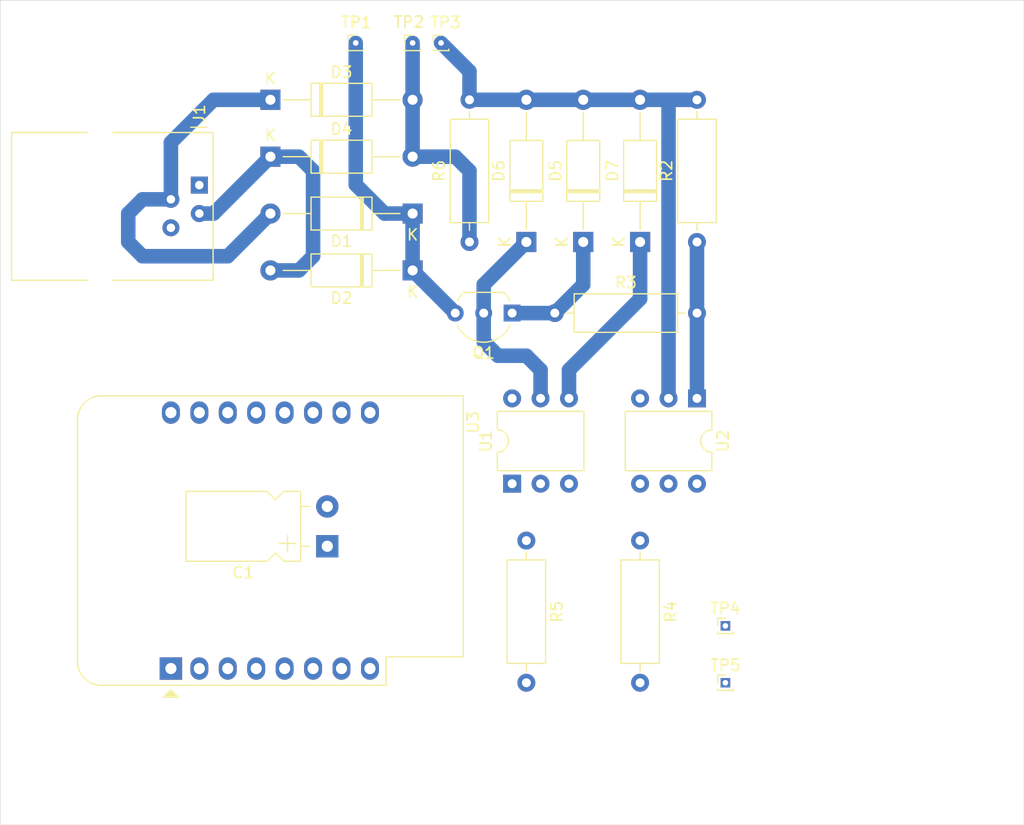
<source format=kicad_pcb>
(kicad_pcb (version 20171130) (host pcbnew 5.1.5+dfsg1-2+b1)

  (general
    (thickness 1.6)
    (drawings 4)
    (tracks 45)
    (zones 0)
    (modules 23)
    (nets 33)
  )

  (page A4)
  (layers
    (0 F.Cu signal)
    (31 B.Cu signal)
    (33 F.Adhes user)
    (35 F.Paste user)
    (37 F.SilkS user)
    (38 B.Mask user)
    (39 F.Mask user)
    (40 Dwgs.User user)
    (41 Cmts.User user)
    (42 Eco1.User user)
    (43 Eco2.User user)
    (44 Edge.Cuts user)
    (45 Margin user)
    (46 B.CrtYd user)
    (47 F.CrtYd user)
    (49 F.Fab user hide)
  )

  (setup
    (last_trace_width 1.3)
    (user_trace_width 1.3)
    (trace_clearance 0.2)
    (zone_clearance 0.508)
    (zone_45_only no)
    (trace_min 0.2)
    (via_size 0.8)
    (via_drill 0.4)
    (via_min_size 0.4)
    (via_min_drill 0.3)
    (uvia_size 0.3)
    (uvia_drill 0.1)
    (uvias_allowed no)
    (uvia_min_size 0.2)
    (uvia_min_drill 0.1)
    (edge_width 0.05)
    (segment_width 0.2)
    (pcb_text_width 0.3)
    (pcb_text_size 1.5 1.5)
    (mod_edge_width 0.12)
    (mod_text_size 1 1)
    (mod_text_width 0.15)
    (pad_size 1.524 1.524)
    (pad_drill 0.762)
    (pad_to_mask_clearance 0.051)
    (solder_mask_min_width 0.25)
    (aux_axis_origin 0 0)
    (visible_elements FFFFFF7F)
    (pcbplotparams
      (layerselection 0x010fc_ffffffff)
      (usegerberextensions false)
      (usegerberattributes false)
      (usegerberadvancedattributes false)
      (creategerberjobfile false)
      (excludeedgelayer true)
      (linewidth 0.100000)
      (plotframeref false)
      (viasonmask false)
      (mode 1)
      (useauxorigin false)
      (hpglpennumber 1)
      (hpglpenspeed 20)
      (hpglpendiameter 15.000000)
      (psnegative false)
      (psa4output false)
      (plotreference true)
      (plotvalue true)
      (plotinvisibletext false)
      (padsonsilk false)
      (subtractmaskfromsilk false)
      (outputformat 1)
      (mirror false)
      (drillshape 1)
      (scaleselection 1)
      (outputdirectory ""))
  )

  (net 0 "")
  (net 1 /X2)
  (net 2 "Net-(D1-Pad1)")
  (net 3 /X1)
  (net 4 "Net-(D3-Pad2)")
  (net 5 "Net-(D5-Pad1)")
  (net 6 "Net-(D6-Pad1)")
  (net 7 "Net-(D7-Pad1)")
  (net 8 "Net-(J1-Pad4)")
  (net 9 "Net-(J1-Pad1)")
  (net 10 "Net-(R2-Pad1)")
  (net 11 "Net-(R4-Pad1)")
  (net 12 GND)
  (net 13 "Net-(U1-Pad6)")
  (net 14 "Net-(U1-Pad3)")
  (net 15 "Net-(U2-Pad6)")
  (net 16 "Net-(U2-Pad3)")
  (net 17 +3V3)
  (net 18 "Net-(D5-Pad2)")
  (net 19 "Net-(R4-Pad2)")
  (net 20 "Net-(R5-Pad2)")
  (net 21 "Net-(U3-Pad16)")
  (net 22 "Net-(U3-Pad15)")
  (net 23 "Net-(U3-Pad13)")
  (net 24 "Net-(U3-Pad12)")
  (net 25 "Net-(U3-Pad11)")
  (net 26 "Net-(U3-Pad9)")
  (net 27 "Net-(U3-Pad7)")
  (net 28 "Net-(U3-Pad5)")
  (net 29 "Net-(U3-Pad4)")
  (net 30 "Net-(U3-Pad3)")
  (net 31 "Net-(U3-Pad1)")
  (net 32 "Net-(U3-Pad2)")

  (net_class Default "This is the default net class."
    (clearance 0.2)
    (trace_width 0.25)
    (via_dia 0.8)
    (via_drill 0.4)
    (uvia_dia 0.3)
    (uvia_drill 0.1)
    (add_net +3V3)
    (add_net /X1)
    (add_net /X2)
    (add_net GND)
    (add_net "Net-(D1-Pad1)")
    (add_net "Net-(D3-Pad2)")
    (add_net "Net-(D5-Pad1)")
    (add_net "Net-(D5-Pad2)")
    (add_net "Net-(D6-Pad1)")
    (add_net "Net-(D7-Pad1)")
    (add_net "Net-(J1-Pad1)")
    (add_net "Net-(J1-Pad4)")
    (add_net "Net-(R2-Pad1)")
    (add_net "Net-(R4-Pad1)")
    (add_net "Net-(R4-Pad2)")
    (add_net "Net-(R5-Pad2)")
    (add_net "Net-(U1-Pad3)")
    (add_net "Net-(U1-Pad6)")
    (add_net "Net-(U2-Pad3)")
    (add_net "Net-(U2-Pad6)")
    (add_net "Net-(U3-Pad1)")
    (add_net "Net-(U3-Pad11)")
    (add_net "Net-(U3-Pad12)")
    (add_net "Net-(U3-Pad13)")
    (add_net "Net-(U3-Pad15)")
    (add_net "Net-(U3-Pad16)")
    (add_net "Net-(U3-Pad2)")
    (add_net "Net-(U3-Pad3)")
    (add_net "Net-(U3-Pad4)")
    (add_net "Net-(U3-Pad5)")
    (add_net "Net-(U3-Pad7)")
    (add_net "Net-(U3-Pad9)")
  )

  (module Package_TO_SOT_THT:TO-92_Inline_Wide (layer F.Cu) (tedit 5A02FF81) (tstamp 5E9864D4)
    (at 127 73.66 180)
    (descr "TO-92 leads in-line, wide, drill 0.75mm (see NXP sot054_po.pdf)")
    (tags "to-92 sc-43 sc-43a sot54 PA33 transistor")
    (path /5E984EC6)
    (fp_text reference Q1 (at 2.54 -3.56) (layer F.SilkS)
      (effects (font (size 1 1) (thickness 0.15)))
    )
    (fp_text value BC558 (at 2.54 2.79) (layer F.Fab)
      (effects (font (size 1 1) (thickness 0.15)))
    )
    (fp_arc (start 2.54 0) (end 4.34 1.85) (angle -20) (layer F.SilkS) (width 0.12))
    (fp_arc (start 2.54 0) (end 2.54 -2.48) (angle -135) (layer F.Fab) (width 0.1))
    (fp_arc (start 2.54 0) (end 2.54 -2.48) (angle 135) (layer F.Fab) (width 0.1))
    (fp_arc (start 2.54 0) (end 2.54 -2.6) (angle 65) (layer F.SilkS) (width 0.12))
    (fp_arc (start 2.54 0) (end 2.54 -2.6) (angle -65) (layer F.SilkS) (width 0.12))
    (fp_arc (start 2.54 0) (end 0.74 1.85) (angle 20) (layer F.SilkS) (width 0.12))
    (fp_line (start 6.09 2.01) (end -1.01 2.01) (layer F.CrtYd) (width 0.05))
    (fp_line (start 6.09 2.01) (end 6.09 -2.73) (layer F.CrtYd) (width 0.05))
    (fp_line (start -1.01 -2.73) (end -1.01 2.01) (layer F.CrtYd) (width 0.05))
    (fp_line (start -1.01 -2.73) (end 6.09 -2.73) (layer F.CrtYd) (width 0.05))
    (fp_line (start 0.8 1.75) (end 4.3 1.75) (layer F.Fab) (width 0.1))
    (fp_line (start 0.74 1.85) (end 4.34 1.85) (layer F.SilkS) (width 0.12))
    (fp_text user %R (at 2.54 -3.56) (layer F.Fab)
      (effects (font (size 1 1) (thickness 0.15)))
    )
    (pad 1 thru_hole rect (at 0 0 270) (size 1.5 1.5) (drill 0.8) (layers *.Cu *.Mask)
      (net 5 "Net-(D5-Pad1)"))
    (pad 3 thru_hole circle (at 5.08 0 270) (size 1.5 1.5) (drill 0.8) (layers *.Cu *.Mask)
      (net 2 "Net-(D1-Pad1)"))
    (pad 2 thru_hole circle (at 2.54 0 270) (size 1.5 1.5) (drill 0.8) (layers *.Cu *.Mask)
      (net 6 "Net-(D6-Pad1)"))
    (model ${KISYS3DMOD}/Package_TO_SOT_THT.3dshapes/TO-92_Inline_Wide.wrl
      (at (xyz 0 0 0))
      (scale (xyz 1 1 1))
      (rotate (xyz 0 0 0))
    )
  )

  (module Diode_THT:D_A-405_P12.70mm_Horizontal (layer F.Cu) (tedit 5AE50CD5) (tstamp 5E982E45)
    (at 138.43 67.31 90)
    (descr "Diode, A-405 series, Axial, Horizontal, pin pitch=12.7mm, , length*diameter=5.2*2.7mm^2, , http://www.diodes.com/_files/packages/A-405.pdf")
    (tags "Diode A-405 series Axial Horizontal pin pitch 12.7mm  length 5.2mm diameter 2.7mm")
    (path /5E96ECFA)
    (fp_text reference D7 (at 6.35 -2.47 90) (layer F.SilkS)
      (effects (font (size 1 1) (thickness 0.15)))
    )
    (fp_text value 4.3V (at 6.35 2.47 90) (layer F.Fab)
      (effects (font (size 1 1) (thickness 0.15)))
    )
    (fp_text user K (at 0 -1.9 90) (layer F.SilkS)
      (effects (font (size 1 1) (thickness 0.15)))
    )
    (fp_text user K (at 0 -1.9 90) (layer F.Fab)
      (effects (font (size 1 1) (thickness 0.15)))
    )
    (fp_text user %R (at 6.74 0 90) (layer F.Fab)
      (effects (font (size 1 1) (thickness 0.15)))
    )
    (fp_line (start 13.85 -1.6) (end -1.15 -1.6) (layer F.CrtYd) (width 0.05))
    (fp_line (start 13.85 1.6) (end 13.85 -1.6) (layer F.CrtYd) (width 0.05))
    (fp_line (start -1.15 1.6) (end 13.85 1.6) (layer F.CrtYd) (width 0.05))
    (fp_line (start -1.15 -1.6) (end -1.15 1.6) (layer F.CrtYd) (width 0.05))
    (fp_line (start 4.41 -1.47) (end 4.41 1.47) (layer F.SilkS) (width 0.12))
    (fp_line (start 4.65 -1.47) (end 4.65 1.47) (layer F.SilkS) (width 0.12))
    (fp_line (start 4.53 -1.47) (end 4.53 1.47) (layer F.SilkS) (width 0.12))
    (fp_line (start 11.56 0) (end 9.07 0) (layer F.SilkS) (width 0.12))
    (fp_line (start 1.14 0) (end 3.63 0) (layer F.SilkS) (width 0.12))
    (fp_line (start 9.07 -1.47) (end 3.63 -1.47) (layer F.SilkS) (width 0.12))
    (fp_line (start 9.07 1.47) (end 9.07 -1.47) (layer F.SilkS) (width 0.12))
    (fp_line (start 3.63 1.47) (end 9.07 1.47) (layer F.SilkS) (width 0.12))
    (fp_line (start 3.63 -1.47) (end 3.63 1.47) (layer F.SilkS) (width 0.12))
    (fp_line (start 4.43 -1.35) (end 4.43 1.35) (layer F.Fab) (width 0.1))
    (fp_line (start 4.63 -1.35) (end 4.63 1.35) (layer F.Fab) (width 0.1))
    (fp_line (start 4.53 -1.35) (end 4.53 1.35) (layer F.Fab) (width 0.1))
    (fp_line (start 12.7 0) (end 8.95 0) (layer F.Fab) (width 0.1))
    (fp_line (start 0 0) (end 3.75 0) (layer F.Fab) (width 0.1))
    (fp_line (start 8.95 -1.35) (end 3.75 -1.35) (layer F.Fab) (width 0.1))
    (fp_line (start 8.95 1.35) (end 8.95 -1.35) (layer F.Fab) (width 0.1))
    (fp_line (start 3.75 1.35) (end 8.95 1.35) (layer F.Fab) (width 0.1))
    (fp_line (start 3.75 -1.35) (end 3.75 1.35) (layer F.Fab) (width 0.1))
    (pad 2 thru_hole oval (at 12.7 0 90) (size 1.8 1.8) (drill 0.9) (layers *.Cu *.Mask)
      (net 18 "Net-(D5-Pad2)"))
    (pad 1 thru_hole rect (at 0 0 90) (size 1.8 1.8) (drill 0.9) (layers *.Cu *.Mask)
      (net 7 "Net-(D7-Pad1)"))
    (model ${KISYS3DMOD}/Diode_THT.3dshapes/D_A-405_P12.70mm_Horizontal.wrl
      (at (xyz 0 0 0))
      (scale (xyz 1 1 1))
      (rotate (xyz 0 0 0))
    )
  )

  (module Diode_THT:D_A-405_P12.70mm_Horizontal (layer F.Cu) (tedit 5AE50CD5) (tstamp 5E982EFC)
    (at 128.27 67.31 90)
    (descr "Diode, A-405 series, Axial, Horizontal, pin pitch=12.7mm, , length*diameter=5.2*2.7mm^2, , http://www.diodes.com/_files/packages/A-405.pdf")
    (tags "Diode A-405 series Axial Horizontal pin pitch 12.7mm  length 5.2mm diameter 2.7mm")
    (path /5E96E9E6)
    (fp_text reference D6 (at 6.35 -2.47 90) (layer F.SilkS)
      (effects (font (size 1 1) (thickness 0.15)))
    )
    (fp_text value 15V (at 6.35 2.47 90) (layer F.Fab)
      (effects (font (size 1 1) (thickness 0.15)))
    )
    (fp_text user K (at 0 -1.9 90) (layer F.SilkS)
      (effects (font (size 1 1) (thickness 0.15)))
    )
    (fp_text user K (at 0 -1.9 90) (layer F.Fab)
      (effects (font (size 1 1) (thickness 0.15)))
    )
    (fp_text user %R (at 6.74 0 90) (layer F.Fab)
      (effects (font (size 1 1) (thickness 0.15)))
    )
    (fp_line (start 13.85 -1.6) (end -1.15 -1.6) (layer F.CrtYd) (width 0.05))
    (fp_line (start 13.85 1.6) (end 13.85 -1.6) (layer F.CrtYd) (width 0.05))
    (fp_line (start -1.15 1.6) (end 13.85 1.6) (layer F.CrtYd) (width 0.05))
    (fp_line (start -1.15 -1.6) (end -1.15 1.6) (layer F.CrtYd) (width 0.05))
    (fp_line (start 4.41 -1.47) (end 4.41 1.47) (layer F.SilkS) (width 0.12))
    (fp_line (start 4.65 -1.47) (end 4.65 1.47) (layer F.SilkS) (width 0.12))
    (fp_line (start 4.53 -1.47) (end 4.53 1.47) (layer F.SilkS) (width 0.12))
    (fp_line (start 11.56 0) (end 9.07 0) (layer F.SilkS) (width 0.12))
    (fp_line (start 1.14 0) (end 3.63 0) (layer F.SilkS) (width 0.12))
    (fp_line (start 9.07 -1.47) (end 3.63 -1.47) (layer F.SilkS) (width 0.12))
    (fp_line (start 9.07 1.47) (end 9.07 -1.47) (layer F.SilkS) (width 0.12))
    (fp_line (start 3.63 1.47) (end 9.07 1.47) (layer F.SilkS) (width 0.12))
    (fp_line (start 3.63 -1.47) (end 3.63 1.47) (layer F.SilkS) (width 0.12))
    (fp_line (start 4.43 -1.35) (end 4.43 1.35) (layer F.Fab) (width 0.1))
    (fp_line (start 4.63 -1.35) (end 4.63 1.35) (layer F.Fab) (width 0.1))
    (fp_line (start 4.53 -1.35) (end 4.53 1.35) (layer F.Fab) (width 0.1))
    (fp_line (start 12.7 0) (end 8.95 0) (layer F.Fab) (width 0.1))
    (fp_line (start 0 0) (end 3.75 0) (layer F.Fab) (width 0.1))
    (fp_line (start 8.95 -1.35) (end 3.75 -1.35) (layer F.Fab) (width 0.1))
    (fp_line (start 8.95 1.35) (end 8.95 -1.35) (layer F.Fab) (width 0.1))
    (fp_line (start 3.75 1.35) (end 8.95 1.35) (layer F.Fab) (width 0.1))
    (fp_line (start 3.75 -1.35) (end 3.75 1.35) (layer F.Fab) (width 0.1))
    (pad 2 thru_hole oval (at 12.7 0 90) (size 1.8 1.8) (drill 0.9) (layers *.Cu *.Mask)
      (net 18 "Net-(D5-Pad2)"))
    (pad 1 thru_hole rect (at 0 0 90) (size 1.8 1.8) (drill 0.9) (layers *.Cu *.Mask)
      (net 6 "Net-(D6-Pad1)"))
    (model ${KISYS3DMOD}/Diode_THT.3dshapes/D_A-405_P12.70mm_Horizontal.wrl
      (at (xyz 0 0 0))
      (scale (xyz 1 1 1))
      (rotate (xyz 0 0 0))
    )
  )

  (module Diode_THT:D_A-405_P12.70mm_Horizontal (layer F.Cu) (tedit 5AE50CD5) (tstamp 5E982F77)
    (at 133.35 67.31 90)
    (descr "Diode, A-405 series, Axial, Horizontal, pin pitch=12.7mm, , length*diameter=5.2*2.7mm^2, , http://www.diodes.com/_files/packages/A-405.pdf")
    (tags "Diode A-405 series Axial Horizontal pin pitch 12.7mm  length 5.2mm diameter 2.7mm")
    (path /5E96DC30)
    (fp_text reference D5 (at 6.35 -2.47 90) (layer F.SilkS)
      (effects (font (size 1 1) (thickness 0.15)))
    )
    (fp_text value 4.7V (at 6.35 2.47 90) (layer F.Fab)
      (effects (font (size 1 1) (thickness 0.15)))
    )
    (fp_text user K (at 0 -1.9 90) (layer F.SilkS)
      (effects (font (size 1 1) (thickness 0.15)))
    )
    (fp_text user K (at 0 -1.9 90) (layer F.Fab)
      (effects (font (size 1 1) (thickness 0.15)))
    )
    (fp_text user %R (at 6.74 0 90) (layer F.Fab)
      (effects (font (size 1 1) (thickness 0.15)))
    )
    (fp_line (start 13.85 -1.6) (end -1.15 -1.6) (layer F.CrtYd) (width 0.05))
    (fp_line (start 13.85 1.6) (end 13.85 -1.6) (layer F.CrtYd) (width 0.05))
    (fp_line (start -1.15 1.6) (end 13.85 1.6) (layer F.CrtYd) (width 0.05))
    (fp_line (start -1.15 -1.6) (end -1.15 1.6) (layer F.CrtYd) (width 0.05))
    (fp_line (start 4.41 -1.47) (end 4.41 1.47) (layer F.SilkS) (width 0.12))
    (fp_line (start 4.65 -1.47) (end 4.65 1.47) (layer F.SilkS) (width 0.12))
    (fp_line (start 4.53 -1.47) (end 4.53 1.47) (layer F.SilkS) (width 0.12))
    (fp_line (start 11.56 0) (end 9.07 0) (layer F.SilkS) (width 0.12))
    (fp_line (start 1.14 0) (end 3.63 0) (layer F.SilkS) (width 0.12))
    (fp_line (start 9.07 -1.47) (end 3.63 -1.47) (layer F.SilkS) (width 0.12))
    (fp_line (start 9.07 1.47) (end 9.07 -1.47) (layer F.SilkS) (width 0.12))
    (fp_line (start 3.63 1.47) (end 9.07 1.47) (layer F.SilkS) (width 0.12))
    (fp_line (start 3.63 -1.47) (end 3.63 1.47) (layer F.SilkS) (width 0.12))
    (fp_line (start 4.43 -1.35) (end 4.43 1.35) (layer F.Fab) (width 0.1))
    (fp_line (start 4.63 -1.35) (end 4.63 1.35) (layer F.Fab) (width 0.1))
    (fp_line (start 4.53 -1.35) (end 4.53 1.35) (layer F.Fab) (width 0.1))
    (fp_line (start 12.7 0) (end 8.95 0) (layer F.Fab) (width 0.1))
    (fp_line (start 0 0) (end 3.75 0) (layer F.Fab) (width 0.1))
    (fp_line (start 8.95 -1.35) (end 3.75 -1.35) (layer F.Fab) (width 0.1))
    (fp_line (start 8.95 1.35) (end 8.95 -1.35) (layer F.Fab) (width 0.1))
    (fp_line (start 3.75 1.35) (end 8.95 1.35) (layer F.Fab) (width 0.1))
    (fp_line (start 3.75 -1.35) (end 3.75 1.35) (layer F.Fab) (width 0.1))
    (pad 2 thru_hole oval (at 12.7 0 90) (size 1.8 1.8) (drill 0.9) (layers *.Cu *.Mask)
      (net 18 "Net-(D5-Pad2)"))
    (pad 1 thru_hole rect (at 0 0 90) (size 1.8 1.8) (drill 0.9) (layers *.Cu *.Mask)
      (net 5 "Net-(D5-Pad1)"))
    (model ${KISYS3DMOD}/Diode_THT.3dshapes/D_A-405_P12.70mm_Horizontal.wrl
      (at (xyz 0 0 0))
      (scale (xyz 1 1 1))
      (rotate (xyz 0 0 0))
    )
  )

  (module Diode_THT:D_A-405_P12.70mm_Horizontal (layer F.Cu) (tedit 5AE50CD5) (tstamp 5E982588)
    (at 105.41 59.69)
    (descr "Diode, A-405 series, Axial, Horizontal, pin pitch=12.7mm, , length*diameter=5.2*2.7mm^2, , http://www.diodes.com/_files/packages/A-405.pdf")
    (tags "Diode A-405 series Axial Horizontal pin pitch 12.7mm  length 5.2mm diameter 2.7mm")
    (path /5E98143D)
    (fp_text reference D4 (at 6.35 -2.47) (layer F.SilkS)
      (effects (font (size 1 1) (thickness 0.15)))
    )
    (fp_text value 1N4148 (at 6.35 2.47) (layer F.Fab)
      (effects (font (size 1 1) (thickness 0.15)))
    )
    (fp_text user K (at 0 -1.9) (layer F.SilkS)
      (effects (font (size 1 1) (thickness 0.15)))
    )
    (fp_text user K (at 0 -1.9) (layer F.Fab)
      (effects (font (size 1 1) (thickness 0.15)))
    )
    (fp_text user %R (at 6.74 0) (layer F.Fab)
      (effects (font (size 1 1) (thickness 0.15)))
    )
    (fp_line (start 13.85 -1.6) (end -1.15 -1.6) (layer F.CrtYd) (width 0.05))
    (fp_line (start 13.85 1.6) (end 13.85 -1.6) (layer F.CrtYd) (width 0.05))
    (fp_line (start -1.15 1.6) (end 13.85 1.6) (layer F.CrtYd) (width 0.05))
    (fp_line (start -1.15 -1.6) (end -1.15 1.6) (layer F.CrtYd) (width 0.05))
    (fp_line (start 4.41 -1.47) (end 4.41 1.47) (layer F.SilkS) (width 0.12))
    (fp_line (start 4.65 -1.47) (end 4.65 1.47) (layer F.SilkS) (width 0.12))
    (fp_line (start 4.53 -1.47) (end 4.53 1.47) (layer F.SilkS) (width 0.12))
    (fp_line (start 11.56 0) (end 9.07 0) (layer F.SilkS) (width 0.12))
    (fp_line (start 1.14 0) (end 3.63 0) (layer F.SilkS) (width 0.12))
    (fp_line (start 9.07 -1.47) (end 3.63 -1.47) (layer F.SilkS) (width 0.12))
    (fp_line (start 9.07 1.47) (end 9.07 -1.47) (layer F.SilkS) (width 0.12))
    (fp_line (start 3.63 1.47) (end 9.07 1.47) (layer F.SilkS) (width 0.12))
    (fp_line (start 3.63 -1.47) (end 3.63 1.47) (layer F.SilkS) (width 0.12))
    (fp_line (start 4.43 -1.35) (end 4.43 1.35) (layer F.Fab) (width 0.1))
    (fp_line (start 4.63 -1.35) (end 4.63 1.35) (layer F.Fab) (width 0.1))
    (fp_line (start 4.53 -1.35) (end 4.53 1.35) (layer F.Fab) (width 0.1))
    (fp_line (start 12.7 0) (end 8.95 0) (layer F.Fab) (width 0.1))
    (fp_line (start 0 0) (end 3.75 0) (layer F.Fab) (width 0.1))
    (fp_line (start 8.95 -1.35) (end 3.75 -1.35) (layer F.Fab) (width 0.1))
    (fp_line (start 8.95 1.35) (end 8.95 -1.35) (layer F.Fab) (width 0.1))
    (fp_line (start 3.75 1.35) (end 8.95 1.35) (layer F.Fab) (width 0.1))
    (fp_line (start 3.75 -1.35) (end 3.75 1.35) (layer F.Fab) (width 0.1))
    (pad 2 thru_hole oval (at 12.7 0) (size 1.8 1.8) (drill 0.9) (layers *.Cu *.Mask)
      (net 4 "Net-(D3-Pad2)"))
    (pad 1 thru_hole rect (at 0 0) (size 1.8 1.8) (drill 0.9) (layers *.Cu *.Mask)
      (net 3 /X1))
    (model ${KISYS3DMOD}/Diode_THT.3dshapes/D_A-405_P12.70mm_Horizontal.wrl
      (at (xyz 0 0 0))
      (scale (xyz 1 1 1))
      (rotate (xyz 0 0 0))
    )
  )

  (module Diode_THT:D_A-405_P12.70mm_Horizontal (layer F.Cu) (tedit 5AE50CD5) (tstamp 5E982735)
    (at 105.41 54.61)
    (descr "Diode, A-405 series, Axial, Horizontal, pin pitch=12.7mm, , length*diameter=5.2*2.7mm^2, , http://www.diodes.com/_files/packages/A-405.pdf")
    (tags "Diode A-405 series Axial Horizontal pin pitch 12.7mm  length 5.2mm diameter 2.7mm")
    (path /5E97E03A)
    (fp_text reference D3 (at 6.35 -2.47) (layer F.SilkS)
      (effects (font (size 1 1) (thickness 0.15)))
    )
    (fp_text value 1N4148 (at 6.35 2.47) (layer F.Fab)
      (effects (font (size 1 1) (thickness 0.15)))
    )
    (fp_text user K (at 0 -1.9) (layer F.SilkS)
      (effects (font (size 1 1) (thickness 0.15)))
    )
    (fp_text user K (at 0 -1.9) (layer F.Fab)
      (effects (font (size 1 1) (thickness 0.15)))
    )
    (fp_text user %R (at 6.74 0) (layer F.Fab)
      (effects (font (size 1 1) (thickness 0.15)))
    )
    (fp_line (start 13.85 -1.6) (end -1.15 -1.6) (layer F.CrtYd) (width 0.05))
    (fp_line (start 13.85 1.6) (end 13.85 -1.6) (layer F.CrtYd) (width 0.05))
    (fp_line (start -1.15 1.6) (end 13.85 1.6) (layer F.CrtYd) (width 0.05))
    (fp_line (start -1.15 -1.6) (end -1.15 1.6) (layer F.CrtYd) (width 0.05))
    (fp_line (start 4.41 -1.47) (end 4.41 1.47) (layer F.SilkS) (width 0.12))
    (fp_line (start 4.65 -1.47) (end 4.65 1.47) (layer F.SilkS) (width 0.12))
    (fp_line (start 4.53 -1.47) (end 4.53 1.47) (layer F.SilkS) (width 0.12))
    (fp_line (start 11.56 0) (end 9.07 0) (layer F.SilkS) (width 0.12))
    (fp_line (start 1.14 0) (end 3.63 0) (layer F.SilkS) (width 0.12))
    (fp_line (start 9.07 -1.47) (end 3.63 -1.47) (layer F.SilkS) (width 0.12))
    (fp_line (start 9.07 1.47) (end 9.07 -1.47) (layer F.SilkS) (width 0.12))
    (fp_line (start 3.63 1.47) (end 9.07 1.47) (layer F.SilkS) (width 0.12))
    (fp_line (start 3.63 -1.47) (end 3.63 1.47) (layer F.SilkS) (width 0.12))
    (fp_line (start 4.43 -1.35) (end 4.43 1.35) (layer F.Fab) (width 0.1))
    (fp_line (start 4.63 -1.35) (end 4.63 1.35) (layer F.Fab) (width 0.1))
    (fp_line (start 4.53 -1.35) (end 4.53 1.35) (layer F.Fab) (width 0.1))
    (fp_line (start 12.7 0) (end 8.95 0) (layer F.Fab) (width 0.1))
    (fp_line (start 0 0) (end 3.75 0) (layer F.Fab) (width 0.1))
    (fp_line (start 8.95 -1.35) (end 3.75 -1.35) (layer F.Fab) (width 0.1))
    (fp_line (start 8.95 1.35) (end 8.95 -1.35) (layer F.Fab) (width 0.1))
    (fp_line (start 3.75 1.35) (end 8.95 1.35) (layer F.Fab) (width 0.1))
    (fp_line (start 3.75 -1.35) (end 3.75 1.35) (layer F.Fab) (width 0.1))
    (pad 2 thru_hole oval (at 12.7 0) (size 1.8 1.8) (drill 0.9) (layers *.Cu *.Mask)
      (net 4 "Net-(D3-Pad2)"))
    (pad 1 thru_hole rect (at 0 0) (size 1.8 1.8) (drill 0.9) (layers *.Cu *.Mask)
      (net 1 /X2))
    (model ${KISYS3DMOD}/Diode_THT.3dshapes/D_A-405_P12.70mm_Horizontal.wrl
      (at (xyz 0 0 0))
      (scale (xyz 1 1 1))
      (rotate (xyz 0 0 0))
    )
  )

  (module Diode_THT:D_A-405_P12.70mm_Horizontal (layer F.Cu) (tedit 5AE50CD5) (tstamp 5E9825E2)
    (at 118.11 69.85 180)
    (descr "Diode, A-405 series, Axial, Horizontal, pin pitch=12.7mm, , length*diameter=5.2*2.7mm^2, , http://www.diodes.com/_files/packages/A-405.pdf")
    (tags "Diode A-405 series Axial Horizontal pin pitch 12.7mm  length 5.2mm diameter 2.7mm")
    (path /5E982198)
    (fp_text reference D2 (at 6.35 -2.47) (layer F.SilkS)
      (effects (font (size 1 1) (thickness 0.15)))
    )
    (fp_text value 1N4148 (at 6.35 2.47) (layer F.Fab)
      (effects (font (size 1 1) (thickness 0.15)))
    )
    (fp_text user K (at 0 -1.9) (layer F.SilkS)
      (effects (font (size 1 1) (thickness 0.15)))
    )
    (fp_text user K (at 0 -1.9) (layer F.Fab)
      (effects (font (size 1 1) (thickness 0.15)))
    )
    (fp_text user %R (at 6.74 0) (layer F.Fab)
      (effects (font (size 1 1) (thickness 0.15)))
    )
    (fp_line (start 13.85 -1.6) (end -1.15 -1.6) (layer F.CrtYd) (width 0.05))
    (fp_line (start 13.85 1.6) (end 13.85 -1.6) (layer F.CrtYd) (width 0.05))
    (fp_line (start -1.15 1.6) (end 13.85 1.6) (layer F.CrtYd) (width 0.05))
    (fp_line (start -1.15 -1.6) (end -1.15 1.6) (layer F.CrtYd) (width 0.05))
    (fp_line (start 4.41 -1.47) (end 4.41 1.47) (layer F.SilkS) (width 0.12))
    (fp_line (start 4.65 -1.47) (end 4.65 1.47) (layer F.SilkS) (width 0.12))
    (fp_line (start 4.53 -1.47) (end 4.53 1.47) (layer F.SilkS) (width 0.12))
    (fp_line (start 11.56 0) (end 9.07 0) (layer F.SilkS) (width 0.12))
    (fp_line (start 1.14 0) (end 3.63 0) (layer F.SilkS) (width 0.12))
    (fp_line (start 9.07 -1.47) (end 3.63 -1.47) (layer F.SilkS) (width 0.12))
    (fp_line (start 9.07 1.47) (end 9.07 -1.47) (layer F.SilkS) (width 0.12))
    (fp_line (start 3.63 1.47) (end 9.07 1.47) (layer F.SilkS) (width 0.12))
    (fp_line (start 3.63 -1.47) (end 3.63 1.47) (layer F.SilkS) (width 0.12))
    (fp_line (start 4.43 -1.35) (end 4.43 1.35) (layer F.Fab) (width 0.1))
    (fp_line (start 4.63 -1.35) (end 4.63 1.35) (layer F.Fab) (width 0.1))
    (fp_line (start 4.53 -1.35) (end 4.53 1.35) (layer F.Fab) (width 0.1))
    (fp_line (start 12.7 0) (end 8.95 0) (layer F.Fab) (width 0.1))
    (fp_line (start 0 0) (end 3.75 0) (layer F.Fab) (width 0.1))
    (fp_line (start 8.95 -1.35) (end 3.75 -1.35) (layer F.Fab) (width 0.1))
    (fp_line (start 8.95 1.35) (end 8.95 -1.35) (layer F.Fab) (width 0.1))
    (fp_line (start 3.75 1.35) (end 8.95 1.35) (layer F.Fab) (width 0.1))
    (fp_line (start 3.75 -1.35) (end 3.75 1.35) (layer F.Fab) (width 0.1))
    (pad 2 thru_hole oval (at 12.7 0 180) (size 1.8 1.8) (drill 0.9) (layers *.Cu *.Mask)
      (net 3 /X1))
    (pad 1 thru_hole rect (at 0 0 180) (size 1.8 1.8) (drill 0.9) (layers *.Cu *.Mask)
      (net 2 "Net-(D1-Pad1)"))
    (model ${KISYS3DMOD}/Diode_THT.3dshapes/D_A-405_P12.70mm_Horizontal.wrl
      (at (xyz 0 0 0))
      (scale (xyz 1 1 1))
      (rotate (xyz 0 0 0))
    )
  )

  (module Diode_THT:D_A-405_P12.70mm_Horizontal (layer F.Cu) (tedit 5AE50CD5) (tstamp 5E9826BA)
    (at 118.11 64.77 180)
    (descr "Diode, A-405 series, Axial, Horizontal, pin pitch=12.7mm, , length*diameter=5.2*2.7mm^2, , http://www.diodes.com/_files/packages/A-405.pdf")
    (tags "Diode A-405 series Axial Horizontal pin pitch 12.7mm  length 5.2mm diameter 2.7mm")
    (path /5E981C55)
    (fp_text reference D1 (at 6.35 -2.47) (layer F.SilkS)
      (effects (font (size 1 1) (thickness 0.15)))
    )
    (fp_text value 1N4148 (at 6.35 2.47) (layer F.Fab)
      (effects (font (size 1 1) (thickness 0.15)))
    )
    (fp_text user K (at 0 -1.9) (layer F.SilkS)
      (effects (font (size 1 1) (thickness 0.15)))
    )
    (fp_text user K (at 0 -1.9) (layer F.Fab)
      (effects (font (size 1 1) (thickness 0.15)))
    )
    (fp_text user %R (at 6.74 0) (layer F.Fab)
      (effects (font (size 1 1) (thickness 0.15)))
    )
    (fp_line (start 13.85 -1.6) (end -1.15 -1.6) (layer F.CrtYd) (width 0.05))
    (fp_line (start 13.85 1.6) (end 13.85 -1.6) (layer F.CrtYd) (width 0.05))
    (fp_line (start -1.15 1.6) (end 13.85 1.6) (layer F.CrtYd) (width 0.05))
    (fp_line (start -1.15 -1.6) (end -1.15 1.6) (layer F.CrtYd) (width 0.05))
    (fp_line (start 4.41 -1.47) (end 4.41 1.47) (layer F.SilkS) (width 0.12))
    (fp_line (start 4.65 -1.47) (end 4.65 1.47) (layer F.SilkS) (width 0.12))
    (fp_line (start 4.53 -1.47) (end 4.53 1.47) (layer F.SilkS) (width 0.12))
    (fp_line (start 11.56 0) (end 9.07 0) (layer F.SilkS) (width 0.12))
    (fp_line (start 1.14 0) (end 3.63 0) (layer F.SilkS) (width 0.12))
    (fp_line (start 9.07 -1.47) (end 3.63 -1.47) (layer F.SilkS) (width 0.12))
    (fp_line (start 9.07 1.47) (end 9.07 -1.47) (layer F.SilkS) (width 0.12))
    (fp_line (start 3.63 1.47) (end 9.07 1.47) (layer F.SilkS) (width 0.12))
    (fp_line (start 3.63 -1.47) (end 3.63 1.47) (layer F.SilkS) (width 0.12))
    (fp_line (start 4.43 -1.35) (end 4.43 1.35) (layer F.Fab) (width 0.1))
    (fp_line (start 4.63 -1.35) (end 4.63 1.35) (layer F.Fab) (width 0.1))
    (fp_line (start 4.53 -1.35) (end 4.53 1.35) (layer F.Fab) (width 0.1))
    (fp_line (start 12.7 0) (end 8.95 0) (layer F.Fab) (width 0.1))
    (fp_line (start 0 0) (end 3.75 0) (layer F.Fab) (width 0.1))
    (fp_line (start 8.95 -1.35) (end 3.75 -1.35) (layer F.Fab) (width 0.1))
    (fp_line (start 8.95 1.35) (end 8.95 -1.35) (layer F.Fab) (width 0.1))
    (fp_line (start 3.75 1.35) (end 8.95 1.35) (layer F.Fab) (width 0.1))
    (fp_line (start 3.75 -1.35) (end 3.75 1.35) (layer F.Fab) (width 0.1))
    (pad 2 thru_hole oval (at 12.7 0 180) (size 1.8 1.8) (drill 0.9) (layers *.Cu *.Mask)
      (net 1 /X2))
    (pad 1 thru_hole rect (at 0 0 180) (size 1.8 1.8) (drill 0.9) (layers *.Cu *.Mask)
      (net 2 "Net-(D1-Pad1)"))
    (model ${KISYS3DMOD}/Diode_THT.3dshapes/D_A-405_P12.70mm_Horizontal.wrl
      (at (xyz 0 0 0))
      (scale (xyz 1 1 1))
      (rotate (xyz 0 0 0))
    )
  )

  (module Module:WEMOS_D1_mini_light (layer F.Cu) (tedit 5BBFB1CE) (tstamp 5E983CAD)
    (at 96.52 105.41 90)
    (descr "16-pin module, column spacing 22.86 mm (900 mils), https://wiki.wemos.cc/products:d1:d1_mini, https://c1.staticflickr.com/1/734/31400410271_f278b087db_z.jpg")
    (tags "ESP8266 WiFi microcontroller")
    (path /5E97963C)
    (fp_text reference U3 (at 22 27 90) (layer F.SilkS)
      (effects (font (size 1 1) (thickness 0.15)))
    )
    (fp_text value "WeMos D1m" (at 11.7 0 90) (layer F.Fab)
      (effects (font (size 1 1) (thickness 0.15)))
    )
    (fp_text user "No copper" (at 11.43 -3.81 90) (layer Cmts.User)
      (effects (font (size 1 1) (thickness 0.15)))
    )
    (fp_text user "KEEP OUT" (at 11.43 -6.35 90) (layer Cmts.User)
      (effects (font (size 1 1) (thickness 0.15)))
    )
    (fp_arc (start 22.23 -6.21) (end 24.36 -6.21) (angle -90) (layer F.SilkS) (width 0.12))
    (fp_arc (start 0.63 -6.21) (end 0.63 -8.34) (angle -90) (layer F.SilkS) (width 0.12))
    (fp_line (start 1.04 19.22) (end 1.04 26.12) (layer F.SilkS) (width 0.12))
    (fp_line (start -1.5 19.22) (end 1.04 19.22) (layer F.SilkS) (width 0.12))
    (fp_arc (start 22.23 -6.21) (end 24.23 -6.19) (angle -90) (layer F.Fab) (width 0.1))
    (fp_arc (start 0.63 -6.21) (end 0.63 -8.21) (angle -90) (layer F.Fab) (width 0.1))
    (fp_line (start -0.37 0) (end -1.37 -1) (layer F.Fab) (width 0.1))
    (fp_line (start -1.37 1) (end -0.37 0) (layer F.Fab) (width 0.1))
    (fp_line (start -1.37 -6.21) (end -1.37 -1) (layer F.Fab) (width 0.1))
    (fp_line (start 1.17 19.09) (end 1.17 25.99) (layer F.Fab) (width 0.1))
    (fp_line (start -1.37 19.09) (end 1.17 19.09) (layer F.Fab) (width 0.1))
    (fp_line (start -1.35 -7.4) (end -0.55 -8.2) (layer Dwgs.User) (width 0.1))
    (fp_line (start -1.3 -5.45) (end 1.45 -8.2) (layer Dwgs.User) (width 0.1))
    (fp_line (start -1.35 -3.4) (end 3.45 -8.2) (layer Dwgs.User) (width 0.1))
    (fp_line (start 22.65 -1.4) (end 24.25 -3) (layer Dwgs.User) (width 0.1))
    (fp_line (start 20.65 -1.4) (end 24.25 -5) (layer Dwgs.User) (width 0.1))
    (fp_line (start 18.65 -1.4) (end 24.25 -7) (layer Dwgs.User) (width 0.1))
    (fp_line (start 16.65 -1.4) (end 23.45 -8.2) (layer Dwgs.User) (width 0.1))
    (fp_line (start 14.65 -1.4) (end 21.45 -8.2) (layer Dwgs.User) (width 0.1))
    (fp_line (start 12.65 -1.4) (end 19.45 -8.2) (layer Dwgs.User) (width 0.1))
    (fp_line (start 10.65 -1.4) (end 17.45 -8.2) (layer Dwgs.User) (width 0.1))
    (fp_line (start 8.65 -1.4) (end 15.45 -8.2) (layer Dwgs.User) (width 0.1))
    (fp_line (start 6.65 -1.4) (end 13.45 -8.2) (layer Dwgs.User) (width 0.1))
    (fp_line (start 4.65 -1.4) (end 11.45 -8.2) (layer Dwgs.User) (width 0.1))
    (fp_line (start 2.65 -1.4) (end 9.45 -8.2) (layer Dwgs.User) (width 0.1))
    (fp_line (start 0.65 -1.4) (end 7.45 -8.2) (layer Dwgs.User) (width 0.1))
    (fp_line (start -1.35 -1.4) (end 5.45 -8.2) (layer Dwgs.User) (width 0.1))
    (fp_line (start -1.35 -8.2) (end -1.35 -1.4) (layer Dwgs.User) (width 0.1))
    (fp_line (start 24.25 -8.2) (end -1.35 -8.2) (layer Dwgs.User) (width 0.1))
    (fp_line (start 24.25 -1.4) (end 24.25 -8.2) (layer Dwgs.User) (width 0.1))
    (fp_line (start -1.35 -1.4) (end 24.25 -1.4) (layer Dwgs.User) (width 0.1))
    (fp_poly (pts (xy -2.54 -0.635) (xy -2.54 0.635) (xy -1.905 0)) (layer F.SilkS) (width 0.15))
    (fp_line (start -1.62 26.24) (end -1.62 -8.46) (layer F.CrtYd) (width 0.05))
    (fp_line (start 24.48 26.24) (end -1.62 26.24) (layer F.CrtYd) (width 0.05))
    (fp_line (start 24.48 -8.41) (end 24.48 26.24) (layer F.CrtYd) (width 0.05))
    (fp_line (start -1.62 -8.46) (end 24.48 -8.46) (layer F.CrtYd) (width 0.05))
    (fp_text user %R (at 11.43 10 90) (layer F.Fab)
      (effects (font (size 1 1) (thickness 0.15)))
    )
    (fp_line (start -1.37 1) (end -1.37 19.09) (layer F.Fab) (width 0.1))
    (fp_line (start 22.23 -8.21) (end 0.63 -8.21) (layer F.Fab) (width 0.1))
    (fp_line (start 24.23 25.99) (end 24.23 -6.21) (layer F.Fab) (width 0.1))
    (fp_line (start 1.17 25.99) (end 24.23 25.99) (layer F.Fab) (width 0.1))
    (fp_line (start 22.24 -8.34) (end 0.63 -8.34) (layer F.SilkS) (width 0.12))
    (fp_line (start 24.36 26.12) (end 24.36 -6.21) (layer F.SilkS) (width 0.12))
    (fp_line (start -1.5 19.22) (end -1.5 -6.21) (layer F.SilkS) (width 0.12))
    (fp_line (start 1.04 26.12) (end 24.36 26.12) (layer F.SilkS) (width 0.12))
    (pad 16 thru_hole oval (at 22.86 0 90) (size 2 1.6) (drill 1) (layers *.Cu *.Mask)
      (net 21 "Net-(U3-Pad16)"))
    (pad 15 thru_hole oval (at 22.86 2.54 90) (size 2 1.6) (drill 1) (layers *.Cu *.Mask)
      (net 22 "Net-(U3-Pad15)"))
    (pad 14 thru_hole oval (at 22.86 5.08 90) (size 2 1.6) (drill 1) (layers *.Cu *.Mask)
      (net 19 "Net-(R4-Pad2)"))
    (pad 13 thru_hole oval (at 22.86 7.62 90) (size 2 1.6) (drill 1) (layers *.Cu *.Mask)
      (net 23 "Net-(U3-Pad13)"))
    (pad 12 thru_hole oval (at 22.86 10.16 90) (size 2 1.6) (drill 1) (layers *.Cu *.Mask)
      (net 24 "Net-(U3-Pad12)"))
    (pad 11 thru_hole oval (at 22.86 12.7 90) (size 2 1.6) (drill 1) (layers *.Cu *.Mask)
      (net 25 "Net-(U3-Pad11)"))
    (pad 10 thru_hole oval (at 22.86 15.24 90) (size 2 1.6) (drill 1) (layers *.Cu *.Mask)
      (net 12 GND))
    (pad 9 thru_hole oval (at 22.86 17.78 90) (size 2 1.6) (drill 1) (layers *.Cu *.Mask)
      (net 26 "Net-(U3-Pad9)"))
    (pad 8 thru_hole oval (at 0 17.78 90) (size 2 1.6) (drill 1) (layers *.Cu *.Mask)
      (net 17 +3V3))
    (pad 7 thru_hole oval (at 0 15.24 90) (size 2 1.6) (drill 1) (layers *.Cu *.Mask)
      (net 27 "Net-(U3-Pad7)"))
    (pad 6 thru_hole oval (at 0 12.7 90) (size 2 1.6) (drill 1) (layers *.Cu *.Mask)
      (net 20 "Net-(R5-Pad2)"))
    (pad 5 thru_hole oval (at 0 10.16 90) (size 2 1.6) (drill 1) (layers *.Cu *.Mask)
      (net 28 "Net-(U3-Pad5)"))
    (pad 4 thru_hole oval (at 0 7.62 90) (size 2 1.6) (drill 1) (layers *.Cu *.Mask)
      (net 29 "Net-(U3-Pad4)"))
    (pad 3 thru_hole oval (at 0 5.08 90) (size 2 1.6) (drill 1) (layers *.Cu *.Mask)
      (net 30 "Net-(U3-Pad3)"))
    (pad 1 thru_hole rect (at 0 0 90) (size 2 2) (drill 1) (layers *.Cu *.Mask)
      (net 31 "Net-(U3-Pad1)"))
    (pad 2 thru_hole oval (at 0 2.54 90) (size 2 1.6) (drill 1) (layers *.Cu *.Mask)
      (net 32 "Net-(U3-Pad2)"))
    (model ${KISYS3DMOD}/Module.3dshapes/WEMOS_D1_mini_light.wrl
      (at (xyz 0 0 0))
      (scale (xyz 1 1 1))
      (rotate (xyz 0 0 0))
    )
    (model ${KISYS3DMOD}/Connector_PinHeader_2.54mm.3dshapes/PinHeader_1x08_P2.54mm_Vertical.wrl
      (offset (xyz 0 0 9.5))
      (scale (xyz 1 1 1))
      (rotate (xyz 0 -180 0))
    )
    (model ${KISYS3DMOD}/Connector_PinHeader_2.54mm.3dshapes/PinHeader_1x08_P2.54mm_Vertical.wrl
      (offset (xyz 22.86 0 9.5))
      (scale (xyz 1 1 1))
      (rotate (xyz 0 -180 0))
    )
    (model ${KISYS3DMOD}/Connector_PinSocket_2.54mm.3dshapes/PinSocket_1x08_P2.54mm_Vertical.wrl
      (at (xyz 0 0 0))
      (scale (xyz 1 1 1))
      (rotate (xyz 0 0 0))
    )
    (model ${KISYS3DMOD}/Connector_PinSocket_2.54mm.3dshapes/PinSocket_1x08_P2.54mm_Vertical.wrl
      (offset (xyz 22.86 0 0))
      (scale (xyz 1 1 1))
      (rotate (xyz 0 0 0))
    )
  )

  (module Connector_PinHeader_1.00mm:PinHeader_1x01_P1.00mm_Vertical (layer F.Cu) (tedit 59FED738) (tstamp 5E981E19)
    (at 146.05 106.68)
    (descr "Through hole straight pin header, 1x01, 1.00mm pitch, single row")
    (tags "Through hole pin header THT 1x01 1.00mm single row")
    (path /5E9D7746)
    (fp_text reference TP5 (at 0 -1.56) (layer F.SilkS)
      (effects (font (size 1 1) (thickness 0.15)))
    )
    (fp_text value IN (at 0 1.56) (layer F.Fab)
      (effects (font (size 1 1) (thickness 0.15)))
    )
    (fp_text user %R (at 0 0 90) (layer F.Fab)
      (effects (font (size 0.76 0.76) (thickness 0.114)))
    )
    (fp_line (start 1.15 -1) (end -1.15 -1) (layer F.CrtYd) (width 0.05))
    (fp_line (start 1.15 1) (end 1.15 -1) (layer F.CrtYd) (width 0.05))
    (fp_line (start -1.15 1) (end 1.15 1) (layer F.CrtYd) (width 0.05))
    (fp_line (start -1.15 -1) (end -1.15 1) (layer F.CrtYd) (width 0.05))
    (fp_line (start -0.695 -0.685) (end 0 -0.685) (layer F.SilkS) (width 0.12))
    (fp_line (start -0.695 0) (end -0.695 -0.685) (layer F.SilkS) (width 0.12))
    (fp_line (start 0.608276 0.685) (end 0.695 0.685) (layer F.SilkS) (width 0.12))
    (fp_line (start -0.695 0.685) (end -0.608276 0.685) (layer F.SilkS) (width 0.12))
    (fp_line (start 0.695 0.685) (end 0.695 0.56) (layer F.SilkS) (width 0.12))
    (fp_line (start -0.695 0.685) (end -0.695 0.56) (layer F.SilkS) (width 0.12))
    (fp_line (start -0.695 0.685) (end 0.695 0.685) (layer F.SilkS) (width 0.12))
    (fp_line (start -0.635 -0.1825) (end -0.3175 -0.5) (layer F.Fab) (width 0.1))
    (fp_line (start -0.635 0.5) (end -0.635 -0.1825) (layer F.Fab) (width 0.1))
    (fp_line (start 0.635 0.5) (end -0.635 0.5) (layer F.Fab) (width 0.1))
    (fp_line (start 0.635 -0.5) (end 0.635 0.5) (layer F.Fab) (width 0.1))
    (fp_line (start -0.3175 -0.5) (end 0.635 -0.5) (layer F.Fab) (width 0.1))
    (pad 1 thru_hole rect (at 0 0) (size 0.85 0.85) (drill 0.5) (layers *.Cu *.Mask)
      (net 20 "Net-(R5-Pad2)"))
    (model ${KISYS3DMOD}/Connector_PinHeader_1.00mm.3dshapes/PinHeader_1x01_P1.00mm_Vertical.wrl
      (at (xyz 0 0 0))
      (scale (xyz 1 1 1))
      (rotate (xyz 0 0 0))
    )
  )

  (module Connector_PinHeader_1.00mm:PinHeader_1x01_P1.00mm_Vertical (layer F.Cu) (tedit 59FED738) (tstamp 5E981E03)
    (at 146.05 101.6)
    (descr "Through hole straight pin header, 1x01, 1.00mm pitch, single row")
    (tags "Through hole pin header THT 1x01 1.00mm single row")
    (path /5E9D381A)
    (fp_text reference TP4 (at 0 -1.56) (layer F.SilkS)
      (effects (font (size 1 1) (thickness 0.15)))
    )
    (fp_text value OUT (at 0 1.56) (layer F.Fab)
      (effects (font (size 1 1) (thickness 0.15)))
    )
    (fp_text user %R (at 0 0 90) (layer F.Fab)
      (effects (font (size 0.76 0.76) (thickness 0.114)))
    )
    (fp_line (start 1.15 -1) (end -1.15 -1) (layer F.CrtYd) (width 0.05))
    (fp_line (start 1.15 1) (end 1.15 -1) (layer F.CrtYd) (width 0.05))
    (fp_line (start -1.15 1) (end 1.15 1) (layer F.CrtYd) (width 0.05))
    (fp_line (start -1.15 -1) (end -1.15 1) (layer F.CrtYd) (width 0.05))
    (fp_line (start -0.695 -0.685) (end 0 -0.685) (layer F.SilkS) (width 0.12))
    (fp_line (start -0.695 0) (end -0.695 -0.685) (layer F.SilkS) (width 0.12))
    (fp_line (start 0.608276 0.685) (end 0.695 0.685) (layer F.SilkS) (width 0.12))
    (fp_line (start -0.695 0.685) (end -0.608276 0.685) (layer F.SilkS) (width 0.12))
    (fp_line (start 0.695 0.685) (end 0.695 0.56) (layer F.SilkS) (width 0.12))
    (fp_line (start -0.695 0.685) (end -0.695 0.56) (layer F.SilkS) (width 0.12))
    (fp_line (start -0.695 0.685) (end 0.695 0.685) (layer F.SilkS) (width 0.12))
    (fp_line (start -0.635 -0.1825) (end -0.3175 -0.5) (layer F.Fab) (width 0.1))
    (fp_line (start -0.635 0.5) (end -0.635 -0.1825) (layer F.Fab) (width 0.1))
    (fp_line (start 0.635 0.5) (end -0.635 0.5) (layer F.Fab) (width 0.1))
    (fp_line (start 0.635 -0.5) (end 0.635 0.5) (layer F.Fab) (width 0.1))
    (fp_line (start -0.3175 -0.5) (end 0.635 -0.5) (layer F.Fab) (width 0.1))
    (pad 1 thru_hole rect (at 0 0) (size 0.85 0.85) (drill 0.5) (layers *.Cu *.Mask)
      (net 19 "Net-(R4-Pad2)"))
    (model ${KISYS3DMOD}/Connector_PinHeader_1.00mm.3dshapes/PinHeader_1x01_P1.00mm_Vertical.wrl
      (at (xyz 0 0 0))
      (scale (xyz 1 1 1))
      (rotate (xyz 0 0 0))
    )
  )

  (module Connector_PinHeader_1.00mm:PinHeader_1x01_P1.00mm_Vertical (layer F.Cu) (tedit 59FED738) (tstamp 5E982DF1)
    (at 120.65 49.53)
    (descr "Through hole straight pin header, 1x01, 1.00mm pitch, single row")
    (tags "Through hole pin header THT 1x01 1.00mm single row")
    (path /5E9CD2F4)
    (fp_text reference TP3 (at 0.398737 -1.823432) (layer F.SilkS)
      (effects (font (size 1 1) (thickness 0.15)))
    )
    (fp_text value CS (at 0 1.56) (layer F.Fab)
      (effects (font (size 1 1) (thickness 0.15)))
    )
    (fp_text user %R (at 0 0 90) (layer F.Fab)
      (effects (font (size 0.76 0.76) (thickness 0.114)))
    )
    (fp_line (start 1.15 -1) (end -1.15 -1) (layer F.CrtYd) (width 0.05))
    (fp_line (start 1.15 1) (end 1.15 -1) (layer F.CrtYd) (width 0.05))
    (fp_line (start -1.15 1) (end 1.15 1) (layer F.CrtYd) (width 0.05))
    (fp_line (start -1.15 -1) (end -1.15 1) (layer F.CrtYd) (width 0.05))
    (fp_line (start -0.695 -0.685) (end 0 -0.685) (layer F.SilkS) (width 0.12))
    (fp_line (start -0.695 0) (end -0.695 -0.685) (layer F.SilkS) (width 0.12))
    (fp_line (start 0.608276 0.685) (end 0.695 0.685) (layer F.SilkS) (width 0.12))
    (fp_line (start -0.695 0.685) (end -0.608276 0.685) (layer F.SilkS) (width 0.12))
    (fp_line (start 0.695 0.685) (end 0.695 0.56) (layer F.SilkS) (width 0.12))
    (fp_line (start -0.695 0.685) (end -0.695 0.56) (layer F.SilkS) (width 0.12))
    (fp_line (start -0.695 0.685) (end 0.695 0.685) (layer F.SilkS) (width 0.12))
    (fp_line (start -0.635 -0.1825) (end -0.3175 -0.5) (layer F.Fab) (width 0.1))
    (fp_line (start -0.635 0.5) (end -0.635 -0.1825) (layer F.Fab) (width 0.1))
    (fp_line (start 0.635 0.5) (end -0.635 0.5) (layer F.Fab) (width 0.1))
    (fp_line (start 0.635 -0.5) (end 0.635 0.5) (layer F.Fab) (width 0.1))
    (fp_line (start -0.3175 -0.5) (end 0.635 -0.5) (layer F.Fab) (width 0.1))
    (pad 1 thru_hole rect (at 0 0) (size 0.85 0.85) (drill 0.5) (layers *.Cu *.Mask)
      (net 18 "Net-(D5-Pad2)"))
    (model ${KISYS3DMOD}/Connector_PinHeader_1.00mm.3dshapes/PinHeader_1x01_P1.00mm_Vertical.wrl
      (at (xyz 0 0 0))
      (scale (xyz 1 1 1))
      (rotate (xyz 0 0 0))
    )
  )

  (module Connector_PinHeader_1.00mm:PinHeader_1x01_P1.00mm_Vertical (layer F.Cu) (tedit 59FED738) (tstamp 5E9823F9)
    (at 118.11 49.53)
    (descr "Through hole straight pin header, 1x01, 1.00mm pitch, single row")
    (tags "Through hole pin header THT 1x01 1.00mm single row")
    (path /5E9C03B5)
    (fp_text reference TP2 (at -0.322006 -1.864447) (layer F.SilkS)
      (effects (font (size 1 1) (thickness 0.15)))
    )
    (fp_text value OT- (at 0 1.56) (layer F.Fab)
      (effects (font (size 1 1) (thickness 0.15)))
    )
    (fp_text user %R (at 0 0 90) (layer F.Fab)
      (effects (font (size 0.76 0.76) (thickness 0.114)))
    )
    (fp_line (start 1.15 -1) (end -1.15 -1) (layer F.CrtYd) (width 0.05))
    (fp_line (start 1.15 1) (end 1.15 -1) (layer F.CrtYd) (width 0.05))
    (fp_line (start -1.15 1) (end 1.15 1) (layer F.CrtYd) (width 0.05))
    (fp_line (start -1.15 -1) (end -1.15 1) (layer F.CrtYd) (width 0.05))
    (fp_line (start -0.695 -0.685) (end 0 -0.685) (layer F.SilkS) (width 0.12))
    (fp_line (start -0.695 0) (end -0.695 -0.685) (layer F.SilkS) (width 0.12))
    (fp_line (start 0.608276 0.685) (end 0.695 0.685) (layer F.SilkS) (width 0.12))
    (fp_line (start -0.695 0.685) (end -0.608276 0.685) (layer F.SilkS) (width 0.12))
    (fp_line (start 0.695 0.685) (end 0.695 0.56) (layer F.SilkS) (width 0.12))
    (fp_line (start -0.695 0.685) (end -0.695 0.56) (layer F.SilkS) (width 0.12))
    (fp_line (start -0.695 0.685) (end 0.695 0.685) (layer F.SilkS) (width 0.12))
    (fp_line (start -0.635 -0.1825) (end -0.3175 -0.5) (layer F.Fab) (width 0.1))
    (fp_line (start -0.635 0.5) (end -0.635 -0.1825) (layer F.Fab) (width 0.1))
    (fp_line (start 0.635 0.5) (end -0.635 0.5) (layer F.Fab) (width 0.1))
    (fp_line (start 0.635 -0.5) (end 0.635 0.5) (layer F.Fab) (width 0.1))
    (fp_line (start -0.3175 -0.5) (end 0.635 -0.5) (layer F.Fab) (width 0.1))
    (pad 1 thru_hole rect (at 0 0) (size 0.85 0.85) (drill 0.5) (layers *.Cu *.Mask)
      (net 4 "Net-(D3-Pad2)"))
    (model ${KISYS3DMOD}/Connector_PinHeader_1.00mm.3dshapes/PinHeader_1x01_P1.00mm_Vertical.wrl
      (at (xyz 0 0 0))
      (scale (xyz 1 1 1))
      (rotate (xyz 0 0 0))
    )
  )

  (module Connector_PinHeader_1.00mm:PinHeader_1x01_P1.00mm_Vertical (layer F.Cu) (tedit 59FED738) (tstamp 5E983648)
    (at 113.03 49.53)
    (descr "Through hole straight pin header, 1x01, 1.00mm pitch, single row")
    (tags "Through hole pin header THT 1x01 1.00mm single row")
    (path /5E9BD7D2)
    (fp_text reference TP1 (at 0.061704 -1.838812) (layer F.SilkS)
      (effects (font (size 1 1) (thickness 0.15)))
    )
    (fp_text value OT+ (at 0 1.56) (layer F.Fab)
      (effects (font (size 1 1) (thickness 0.15)))
    )
    (fp_text user %R (at 0 0 90) (layer F.Fab)
      (effects (font (size 0.76 0.76) (thickness 0.114)))
    )
    (fp_line (start 1.15 -1) (end -1.15 -1) (layer F.CrtYd) (width 0.05))
    (fp_line (start 1.15 1) (end 1.15 -1) (layer F.CrtYd) (width 0.05))
    (fp_line (start -1.15 1) (end 1.15 1) (layer F.CrtYd) (width 0.05))
    (fp_line (start -1.15 -1) (end -1.15 1) (layer F.CrtYd) (width 0.05))
    (fp_line (start -0.695 -0.685) (end 0 -0.685) (layer F.SilkS) (width 0.12))
    (fp_line (start -0.695 0) (end -0.695 -0.685) (layer F.SilkS) (width 0.12))
    (fp_line (start 0.608276 0.685) (end 0.695 0.685) (layer F.SilkS) (width 0.12))
    (fp_line (start -0.695 0.685) (end -0.608276 0.685) (layer F.SilkS) (width 0.12))
    (fp_line (start 0.695 0.685) (end 0.695 0.56) (layer F.SilkS) (width 0.12))
    (fp_line (start -0.695 0.685) (end -0.695 0.56) (layer F.SilkS) (width 0.12))
    (fp_line (start -0.695 0.685) (end 0.695 0.685) (layer F.SilkS) (width 0.12))
    (fp_line (start -0.635 -0.1825) (end -0.3175 -0.5) (layer F.Fab) (width 0.1))
    (fp_line (start -0.635 0.5) (end -0.635 -0.1825) (layer F.Fab) (width 0.1))
    (fp_line (start 0.635 0.5) (end -0.635 0.5) (layer F.Fab) (width 0.1))
    (fp_line (start 0.635 -0.5) (end 0.635 0.5) (layer F.Fab) (width 0.1))
    (fp_line (start -0.3175 -0.5) (end 0.635 -0.5) (layer F.Fab) (width 0.1))
    (pad 1 thru_hole rect (at 0 0) (size 0.85 0.85) (drill 0.5) (layers *.Cu *.Mask)
      (net 2 "Net-(D1-Pad1)"))
    (model ${KISYS3DMOD}/Connector_PinHeader_1.00mm.3dshapes/PinHeader_1x01_P1.00mm_Vertical.wrl
      (at (xyz 0 0 0))
      (scale (xyz 1 1 1))
      (rotate (xyz 0 0 0))
    )
  )

  (module Resistor_THT:R_Axial_DIN0309_L9.0mm_D3.2mm_P12.70mm_Horizontal (layer F.Cu) (tedit 5AE5139B) (tstamp 5E981DAB)
    (at 123.19 67.31 90)
    (descr "Resistor, Axial_DIN0309 series, Axial, Horizontal, pin pitch=12.7mm, 0.5W = 1/2W, length*diameter=9*3.2mm^2, http://cdn-reichelt.de/documents/datenblatt/B400/1_4W%23YAG.pdf")
    (tags "Resistor Axial_DIN0309 series Axial Horizontal pin pitch 12.7mm 0.5W = 1/2W length 9mm diameter 3.2mm")
    (path /5E9C08B2)
    (fp_text reference R6 (at 6.35 -2.72 90) (layer F.SilkS)
      (effects (font (size 1 1) (thickness 0.15)))
    )
    (fp_text value 1 (at 6.35 2.72 90) (layer F.Fab)
      (effects (font (size 1 1) (thickness 0.15)))
    )
    (fp_text user %R (at 6.35 0 90) (layer F.Fab)
      (effects (font (size 1 1) (thickness 0.15)))
    )
    (fp_line (start 13.75 -1.85) (end -1.05 -1.85) (layer F.CrtYd) (width 0.05))
    (fp_line (start 13.75 1.85) (end 13.75 -1.85) (layer F.CrtYd) (width 0.05))
    (fp_line (start -1.05 1.85) (end 13.75 1.85) (layer F.CrtYd) (width 0.05))
    (fp_line (start -1.05 -1.85) (end -1.05 1.85) (layer F.CrtYd) (width 0.05))
    (fp_line (start 11.66 0) (end 10.97 0) (layer F.SilkS) (width 0.12))
    (fp_line (start 1.04 0) (end 1.73 0) (layer F.SilkS) (width 0.12))
    (fp_line (start 10.97 -1.72) (end 1.73 -1.72) (layer F.SilkS) (width 0.12))
    (fp_line (start 10.97 1.72) (end 10.97 -1.72) (layer F.SilkS) (width 0.12))
    (fp_line (start 1.73 1.72) (end 10.97 1.72) (layer F.SilkS) (width 0.12))
    (fp_line (start 1.73 -1.72) (end 1.73 1.72) (layer F.SilkS) (width 0.12))
    (fp_line (start 12.7 0) (end 10.85 0) (layer F.Fab) (width 0.1))
    (fp_line (start 0 0) (end 1.85 0) (layer F.Fab) (width 0.1))
    (fp_line (start 10.85 -1.6) (end 1.85 -1.6) (layer F.Fab) (width 0.1))
    (fp_line (start 10.85 1.6) (end 10.85 -1.6) (layer F.Fab) (width 0.1))
    (fp_line (start 1.85 1.6) (end 10.85 1.6) (layer F.Fab) (width 0.1))
    (fp_line (start 1.85 -1.6) (end 1.85 1.6) (layer F.Fab) (width 0.1))
    (pad 2 thru_hole oval (at 12.7 0 90) (size 1.6 1.6) (drill 0.8) (layers *.Cu *.Mask)
      (net 18 "Net-(D5-Pad2)"))
    (pad 1 thru_hole circle (at 0 0 90) (size 1.6 1.6) (drill 0.8) (layers *.Cu *.Mask)
      (net 4 "Net-(D3-Pad2)"))
    (model ${KISYS3DMOD}/Resistor_THT.3dshapes/R_Axial_DIN0309_L9.0mm_D3.2mm_P12.70mm_Horizontal.wrl
      (at (xyz 0 0 0))
      (scale (xyz 1 1 1))
      (rotate (xyz 0 0 0))
    )
  )

  (module rj:CP_Radial_L10.0mm_D6.0mm_Sideways (layer F.Cu) (tedit 5E977C8A) (tstamp 5E983B9E)
    (at 110.49 92.71 180)
    (descr "CP, Axial series, Axial, Horizontal, pin pitch=15mm, , length*diameter=10*6mm^2, Electrolytic Capacitor, , http://www.vishay.com/docs/28325/021asm.pdf")
    (tags "CP Axial series Axial Horizontal pin pitch 15mm  length 10mm diameter 6mm Electrolytic Capacitor")
    (path /5E9AAC34)
    (fp_text reference C1 (at 7.5 -4.12) (layer F.SilkS)
      (effects (font (size 1 1) (thickness 0.15)))
    )
    (fp_text value 3.3uF (at 7.5 4.12) (layer F.Fab)
      (effects (font (size 1 1) (thickness 0.15)))
    )
    (fp_line (start 2.41 1.778) (end 1.524 1.778) (layer F.SilkS) (width 0.12))
    (fp_line (start 2.5 -3) (end 2.5 3) (layer F.Fab) (width 0.1))
    (fp_line (start 12.5 -3) (end 12.5 3) (layer F.Fab) (width 0.1))
    (fp_line (start 2.5 -3) (end 3.88 -3) (layer F.Fab) (width 0.1))
    (fp_line (start 3.88 -3) (end 4.63 -2.25) (layer F.Fab) (width 0.1))
    (fp_line (start 4.63 -2.25) (end 5.38 -3) (layer F.Fab) (width 0.1))
    (fp_line (start 5.38 -3) (end 12.5 -3) (layer F.Fab) (width 0.1))
    (fp_line (start 2.5 3) (end 3.88 3) (layer F.Fab) (width 0.1))
    (fp_line (start 3.88 3) (end 4.63 2.25) (layer F.Fab) (width 0.1))
    (fp_line (start 4.63 2.25) (end 5.38 3) (layer F.Fab) (width 0.1))
    (fp_line (start 5.38 3) (end 12.5 3) (layer F.Fab) (width 0.1))
    (fp_line (start 3.9 0) (end 5.4 0) (layer F.Fab) (width 0.1))
    (fp_line (start 4.65 -0.75) (end 4.65 0.75) (layer F.Fab) (width 0.1))
    (fp_line (start 2.818 -1.524) (end 4.318 -1.524) (layer F.SilkS) (width 0.12))
    (fp_line (start 3.556 -2.286) (end 3.556 -0.786) (layer F.SilkS) (width 0.12))
    (fp_line (start 2.38 -3.12) (end 2.38 3.12) (layer F.SilkS) (width 0.12))
    (fp_line (start 12.62 -3.12) (end 12.62 3.12) (layer F.SilkS) (width 0.12))
    (fp_line (start 2.38 -3.12) (end 3.88 -3.12) (layer F.SilkS) (width 0.12))
    (fp_line (start 3.88 -3.12) (end 4.63 -2.37) (layer F.SilkS) (width 0.12))
    (fp_line (start 4.63 -2.37) (end 5.38 -3.12) (layer F.SilkS) (width 0.12))
    (fp_line (start 5.38 -3.12) (end 12.62 -3.12) (layer F.SilkS) (width 0.12))
    (fp_line (start 2.38 3.12) (end 3.88 3.12) (layer F.SilkS) (width 0.12))
    (fp_line (start 3.88 3.12) (end 4.63 2.37) (layer F.SilkS) (width 0.12))
    (fp_line (start 4.63 2.37) (end 5.38 3.12) (layer F.SilkS) (width 0.12))
    (fp_line (start 5.38 3.12) (end 12.62 3.12) (layer F.SilkS) (width 0.12))
    (fp_line (start 2.41 -1.778) (end 1.524 -1.778) (layer F.SilkS) (width 0.12))
    (fp_line (start -1.25 -3.25) (end -1.25 3.25) (layer F.CrtYd) (width 0.05))
    (fp_line (start -1.25 3.25) (end 12.954 3.25) (layer F.CrtYd) (width 0.05))
    (fp_line (start 12.954 3.25) (end 12.954 -3.25) (layer F.CrtYd) (width 0.05))
    (fp_line (start 12.954 -3.25) (end -1.25 -3.25) (layer F.CrtYd) (width 0.05))
    (fp_text user %R (at 7.5 0) (layer F.Fab)
      (effects (font (size 1 1) (thickness 0.15)))
    )
    (pad 1 thru_hole rect (at 0 -1.778 180) (size 2 2) (drill 1) (layers *.Cu *.Mask)
      (net 17 +3V3))
    (pad 2 thru_hole oval (at 0 1.778 180) (size 2 2) (drill 1) (layers *.Cu *.Mask)
      (net 12 GND))
    (model ${KISYS3DMOD}/Capacitor_THT.3dshapes/CP_Axial_L10.0mm_D6.0mm_P15.00mm_Horizontal.wrl
      (at (xyz 0 0 0))
      (scale (xyz 1 1 1))
      (rotate (xyz 0 0 0))
    )
  )

  (module Package_DIP:DIP-6_W7.62mm (layer F.Cu) (tedit 5A02E8C5) (tstamp 5E987C17)
    (at 143.51 81.28 270)
    (descr "6-lead though-hole mounted DIP package, row spacing 7.62 mm (300 mils)")
    (tags "THT DIP DIL PDIP 2.54mm 7.62mm 300mil")
    (path /5E97142D)
    (fp_text reference U2 (at 3.81 -2.33 90) (layer F.SilkS)
      (effects (font (size 1 1) (thickness 0.15)))
    )
    (fp_text value 4N28 (at 3.81 7.41 90) (layer F.Fab)
      (effects (font (size 1 1) (thickness 0.15)))
    )
    (fp_text user %R (at 3.81 2.54 90) (layer F.Fab)
      (effects (font (size 1 1) (thickness 0.15)))
    )
    (fp_line (start 8.7 -1.55) (end -1.1 -1.55) (layer F.CrtYd) (width 0.05))
    (fp_line (start 8.7 6.6) (end 8.7 -1.55) (layer F.CrtYd) (width 0.05))
    (fp_line (start -1.1 6.6) (end 8.7 6.6) (layer F.CrtYd) (width 0.05))
    (fp_line (start -1.1 -1.55) (end -1.1 6.6) (layer F.CrtYd) (width 0.05))
    (fp_line (start 6.46 -1.33) (end 4.81 -1.33) (layer F.SilkS) (width 0.12))
    (fp_line (start 6.46 6.41) (end 6.46 -1.33) (layer F.SilkS) (width 0.12))
    (fp_line (start 1.16 6.41) (end 6.46 6.41) (layer F.SilkS) (width 0.12))
    (fp_line (start 1.16 -1.33) (end 1.16 6.41) (layer F.SilkS) (width 0.12))
    (fp_line (start 2.81 -1.33) (end 1.16 -1.33) (layer F.SilkS) (width 0.12))
    (fp_line (start 0.635 -0.27) (end 1.635 -1.27) (layer F.Fab) (width 0.1))
    (fp_line (start 0.635 6.35) (end 0.635 -0.27) (layer F.Fab) (width 0.1))
    (fp_line (start 6.985 6.35) (end 0.635 6.35) (layer F.Fab) (width 0.1))
    (fp_line (start 6.985 -1.27) (end 6.985 6.35) (layer F.Fab) (width 0.1))
    (fp_line (start 1.635 -1.27) (end 6.985 -1.27) (layer F.Fab) (width 0.1))
    (fp_arc (start 3.81 -1.33) (end 2.81 -1.33) (angle -180) (layer F.SilkS) (width 0.12))
    (pad 6 thru_hole oval (at 7.62 0 270) (size 1.6 1.6) (drill 0.8) (layers *.Cu *.Mask)
      (net 15 "Net-(U2-Pad6)"))
    (pad 3 thru_hole oval (at 0 5.08 270) (size 1.6 1.6) (drill 0.8) (layers *.Cu *.Mask)
      (net 16 "Net-(U2-Pad3)"))
    (pad 5 thru_hole oval (at 7.62 2.54 270) (size 1.6 1.6) (drill 0.8) (layers *.Cu *.Mask)
      (net 17 +3V3))
    (pad 2 thru_hole oval (at 0 2.54 270) (size 1.6 1.6) (drill 0.8) (layers *.Cu *.Mask)
      (net 18 "Net-(D5-Pad2)"))
    (pad 4 thru_hole oval (at 7.62 5.08 270) (size 1.6 1.6) (drill 0.8) (layers *.Cu *.Mask)
      (net 20 "Net-(R5-Pad2)"))
    (pad 1 thru_hole rect (at 0 0 270) (size 1.6 1.6) (drill 0.8) (layers *.Cu *.Mask)
      (net 10 "Net-(R2-Pad1)"))
    (model ${KISYS3DMOD}/Package_DIP.3dshapes/DIP-6_W7.62mm.wrl
      (at (xyz 0 0 0))
      (scale (xyz 1 1 1))
      (rotate (xyz 0 0 0))
    )
  )

  (module Package_DIP:DIP-6_W7.62mm (layer F.Cu) (tedit 5A02E8C5) (tstamp 5E987C62)
    (at 127 88.9 90)
    (descr "6-lead though-hole mounted DIP package, row spacing 7.62 mm (300 mils)")
    (tags "THT DIP DIL PDIP 2.54mm 7.62mm 300mil")
    (path /5E977A53)
    (fp_text reference U1 (at 3.81 -2.33 90) (layer F.SilkS)
      (effects (font (size 1 1) (thickness 0.15)))
    )
    (fp_text value 4N28 (at 3.81 7.41 90) (layer F.Fab)
      (effects (font (size 1 1) (thickness 0.15)))
    )
    (fp_text user %R (at 3.81 2.54 90) (layer F.Fab)
      (effects (font (size 1 1) (thickness 0.15)))
    )
    (fp_line (start 8.7 -1.55) (end -1.1 -1.55) (layer F.CrtYd) (width 0.05))
    (fp_line (start 8.7 6.6) (end 8.7 -1.55) (layer F.CrtYd) (width 0.05))
    (fp_line (start -1.1 6.6) (end 8.7 6.6) (layer F.CrtYd) (width 0.05))
    (fp_line (start -1.1 -1.55) (end -1.1 6.6) (layer F.CrtYd) (width 0.05))
    (fp_line (start 6.46 -1.33) (end 4.81 -1.33) (layer F.SilkS) (width 0.12))
    (fp_line (start 6.46 6.41) (end 6.46 -1.33) (layer F.SilkS) (width 0.12))
    (fp_line (start 1.16 6.41) (end 6.46 6.41) (layer F.SilkS) (width 0.12))
    (fp_line (start 1.16 -1.33) (end 1.16 6.41) (layer F.SilkS) (width 0.12))
    (fp_line (start 2.81 -1.33) (end 1.16 -1.33) (layer F.SilkS) (width 0.12))
    (fp_line (start 0.635 -0.27) (end 1.635 -1.27) (layer F.Fab) (width 0.1))
    (fp_line (start 0.635 6.35) (end 0.635 -0.27) (layer F.Fab) (width 0.1))
    (fp_line (start 6.985 6.35) (end 0.635 6.35) (layer F.Fab) (width 0.1))
    (fp_line (start 6.985 -1.27) (end 6.985 6.35) (layer F.Fab) (width 0.1))
    (fp_line (start 1.635 -1.27) (end 6.985 -1.27) (layer F.Fab) (width 0.1))
    (fp_arc (start 3.81 -1.33) (end 2.81 -1.33) (angle -180) (layer F.SilkS) (width 0.12))
    (pad 6 thru_hole oval (at 7.62 0 90) (size 1.6 1.6) (drill 0.8) (layers *.Cu *.Mask)
      (net 13 "Net-(U1-Pad6)"))
    (pad 3 thru_hole oval (at 0 5.08 90) (size 1.6 1.6) (drill 0.8) (layers *.Cu *.Mask)
      (net 14 "Net-(U1-Pad3)"))
    (pad 5 thru_hole oval (at 7.62 2.54 90) (size 1.6 1.6) (drill 0.8) (layers *.Cu *.Mask)
      (net 6 "Net-(D6-Pad1)"))
    (pad 2 thru_hole oval (at 0 2.54 90) (size 1.6 1.6) (drill 0.8) (layers *.Cu *.Mask)
      (net 12 GND))
    (pad 4 thru_hole oval (at 7.62 5.08 90) (size 1.6 1.6) (drill 0.8) (layers *.Cu *.Mask)
      (net 7 "Net-(D7-Pad1)"))
    (pad 1 thru_hole rect (at 0 0 90) (size 1.6 1.6) (drill 0.8) (layers *.Cu *.Mask)
      (net 11 "Net-(R4-Pad1)"))
    (model ${KISYS3DMOD}/Package_DIP.3dshapes/DIP-6_W7.62mm.wrl
      (at (xyz 0 0 0))
      (scale (xyz 1 1 1))
      (rotate (xyz 0 0 0))
    )
  )

  (module Resistor_THT:R_Axial_DIN0309_L9.0mm_D3.2mm_P12.70mm_Horizontal (layer F.Cu) (tedit 5AE5139B) (tstamp 5E987D19)
    (at 128.27 93.98 270)
    (descr "Resistor, Axial_DIN0309 series, Axial, Horizontal, pin pitch=12.7mm, 0.5W = 1/2W, length*diameter=9*3.2mm^2, http://cdn-reichelt.de/documents/datenblatt/B400/1_4W%23YAG.pdf")
    (tags "Resistor Axial_DIN0309 series Axial Horizontal pin pitch 12.7mm 0.5W = 1/2W length 9mm diameter 3.2mm")
    (path /5E9BF91D)
    (fp_text reference R5 (at 6.35 -2.72 90) (layer F.SilkS)
      (effects (font (size 1 1) (thickness 0.15)))
    )
    (fp_text value 1K5 (at 6.35 2.72 90) (layer F.Fab)
      (effects (font (size 1 1) (thickness 0.15)))
    )
    (fp_text user %R (at 6.35 0 90) (layer F.Fab)
      (effects (font (size 1 1) (thickness 0.15)))
    )
    (fp_line (start 13.75 -1.85) (end -1.05 -1.85) (layer F.CrtYd) (width 0.05))
    (fp_line (start 13.75 1.85) (end 13.75 -1.85) (layer F.CrtYd) (width 0.05))
    (fp_line (start -1.05 1.85) (end 13.75 1.85) (layer F.CrtYd) (width 0.05))
    (fp_line (start -1.05 -1.85) (end -1.05 1.85) (layer F.CrtYd) (width 0.05))
    (fp_line (start 11.66 0) (end 10.97 0) (layer F.SilkS) (width 0.12))
    (fp_line (start 1.04 0) (end 1.73 0) (layer F.SilkS) (width 0.12))
    (fp_line (start 10.97 -1.72) (end 1.73 -1.72) (layer F.SilkS) (width 0.12))
    (fp_line (start 10.97 1.72) (end 10.97 -1.72) (layer F.SilkS) (width 0.12))
    (fp_line (start 1.73 1.72) (end 10.97 1.72) (layer F.SilkS) (width 0.12))
    (fp_line (start 1.73 -1.72) (end 1.73 1.72) (layer F.SilkS) (width 0.12))
    (fp_line (start 12.7 0) (end 10.85 0) (layer F.Fab) (width 0.1))
    (fp_line (start 0 0) (end 1.85 0) (layer F.Fab) (width 0.1))
    (fp_line (start 10.85 -1.6) (end 1.85 -1.6) (layer F.Fab) (width 0.1))
    (fp_line (start 10.85 1.6) (end 10.85 -1.6) (layer F.Fab) (width 0.1))
    (fp_line (start 1.85 1.6) (end 10.85 1.6) (layer F.Fab) (width 0.1))
    (fp_line (start 1.85 -1.6) (end 1.85 1.6) (layer F.Fab) (width 0.1))
    (pad 2 thru_hole oval (at 12.7 0 270) (size 1.6 1.6) (drill 0.8) (layers *.Cu *.Mask)
      (net 20 "Net-(R5-Pad2)"))
    (pad 1 thru_hole circle (at 0 0 270) (size 1.6 1.6) (drill 0.8) (layers *.Cu *.Mask)
      (net 12 GND))
    (model ${KISYS3DMOD}/Resistor_THT.3dshapes/R_Axial_DIN0309_L9.0mm_D3.2mm_P12.70mm_Horizontal.wrl
      (at (xyz 0 0 0))
      (scale (xyz 1 1 1))
      (rotate (xyz 0 0 0))
    )
  )

  (module Resistor_THT:R_Axial_DIN0309_L9.0mm_D3.2mm_P12.70mm_Horizontal (layer F.Cu) (tedit 5AE5139B) (tstamp 5E987DF9)
    (at 138.43 93.98 270)
    (descr "Resistor, Axial_DIN0309 series, Axial, Horizontal, pin pitch=12.7mm, 0.5W = 1/2W, length*diameter=9*3.2mm^2, http://cdn-reichelt.de/documents/datenblatt/B400/1_4W%23YAG.pdf")
    (tags "Resistor Axial_DIN0309 series Axial Horizontal pin pitch 12.7mm 0.5W = 1/2W length 9mm diameter 3.2mm")
    (path /5E9BE440)
    (fp_text reference R4 (at 6.35 -2.72 90) (layer F.SilkS)
      (effects (font (size 1 1) (thickness 0.15)))
    )
    (fp_text value 330 (at 6.35 2.72 90) (layer F.Fab)
      (effects (font (size 1 1) (thickness 0.15)))
    )
    (fp_text user %R (at 6.35 0 90) (layer F.Fab)
      (effects (font (size 1 1) (thickness 0.15)))
    )
    (fp_line (start 13.75 -1.85) (end -1.05 -1.85) (layer F.CrtYd) (width 0.05))
    (fp_line (start 13.75 1.85) (end 13.75 -1.85) (layer F.CrtYd) (width 0.05))
    (fp_line (start -1.05 1.85) (end 13.75 1.85) (layer F.CrtYd) (width 0.05))
    (fp_line (start -1.05 -1.85) (end -1.05 1.85) (layer F.CrtYd) (width 0.05))
    (fp_line (start 11.66 0) (end 10.97 0) (layer F.SilkS) (width 0.12))
    (fp_line (start 1.04 0) (end 1.73 0) (layer F.SilkS) (width 0.12))
    (fp_line (start 10.97 -1.72) (end 1.73 -1.72) (layer F.SilkS) (width 0.12))
    (fp_line (start 10.97 1.72) (end 10.97 -1.72) (layer F.SilkS) (width 0.12))
    (fp_line (start 1.73 1.72) (end 10.97 1.72) (layer F.SilkS) (width 0.12))
    (fp_line (start 1.73 -1.72) (end 1.73 1.72) (layer F.SilkS) (width 0.12))
    (fp_line (start 12.7 0) (end 10.85 0) (layer F.Fab) (width 0.1))
    (fp_line (start 0 0) (end 1.85 0) (layer F.Fab) (width 0.1))
    (fp_line (start 10.85 -1.6) (end 1.85 -1.6) (layer F.Fab) (width 0.1))
    (fp_line (start 10.85 1.6) (end 10.85 -1.6) (layer F.Fab) (width 0.1))
    (fp_line (start 1.85 1.6) (end 10.85 1.6) (layer F.Fab) (width 0.1))
    (fp_line (start 1.85 -1.6) (end 1.85 1.6) (layer F.Fab) (width 0.1))
    (pad 2 thru_hole oval (at 12.7 0 270) (size 1.6 1.6) (drill 0.8) (layers *.Cu *.Mask)
      (net 19 "Net-(R4-Pad2)"))
    (pad 1 thru_hole circle (at 0 0 270) (size 1.6 1.6) (drill 0.8) (layers *.Cu *.Mask)
      (net 11 "Net-(R4-Pad1)"))
    (model ${KISYS3DMOD}/Resistor_THT.3dshapes/R_Axial_DIN0309_L9.0mm_D3.2mm_P12.70mm_Horizontal.wrl
      (at (xyz 0 0 0))
      (scale (xyz 1 1 1))
      (rotate (xyz 0 0 0))
    )
  )

  (module Resistor_THT:R_Axial_DIN0309_L9.0mm_D3.2mm_P12.70mm_Horizontal (layer F.Cu) (tedit 5AE5139B) (tstamp 5E987881)
    (at 130.81 73.66)
    (descr "Resistor, Axial_DIN0309 series, Axial, Horizontal, pin pitch=12.7mm, 0.5W = 1/2W, length*diameter=9*3.2mm^2, http://cdn-reichelt.de/documents/datenblatt/B400/1_4W%23YAG.pdf")
    (tags "Resistor Axial_DIN0309 series Axial Horizontal pin pitch 12.7mm 0.5W = 1/2W length 9mm diameter 3.2mm")
    (path /5E966A99)
    (fp_text reference R3 (at 6.35 -2.72) (layer F.SilkS)
      (effects (font (size 1 1) (thickness 0.15)))
    )
    (fp_text value 220 (at 6.35 2.72) (layer F.Fab)
      (effects (font (size 1 1) (thickness 0.15)))
    )
    (fp_text user %R (at 6.35 0) (layer F.Fab)
      (effects (font (size 1 1) (thickness 0.15)))
    )
    (fp_line (start 13.75 -1.85) (end -1.05 -1.85) (layer F.CrtYd) (width 0.05))
    (fp_line (start 13.75 1.85) (end 13.75 -1.85) (layer F.CrtYd) (width 0.05))
    (fp_line (start -1.05 1.85) (end 13.75 1.85) (layer F.CrtYd) (width 0.05))
    (fp_line (start -1.05 -1.85) (end -1.05 1.85) (layer F.CrtYd) (width 0.05))
    (fp_line (start 11.66 0) (end 10.97 0) (layer F.SilkS) (width 0.12))
    (fp_line (start 1.04 0) (end 1.73 0) (layer F.SilkS) (width 0.12))
    (fp_line (start 10.97 -1.72) (end 1.73 -1.72) (layer F.SilkS) (width 0.12))
    (fp_line (start 10.97 1.72) (end 10.97 -1.72) (layer F.SilkS) (width 0.12))
    (fp_line (start 1.73 1.72) (end 10.97 1.72) (layer F.SilkS) (width 0.12))
    (fp_line (start 1.73 -1.72) (end 1.73 1.72) (layer F.SilkS) (width 0.12))
    (fp_line (start 12.7 0) (end 10.85 0) (layer F.Fab) (width 0.1))
    (fp_line (start 0 0) (end 1.85 0) (layer F.Fab) (width 0.1))
    (fp_line (start 10.85 -1.6) (end 1.85 -1.6) (layer F.Fab) (width 0.1))
    (fp_line (start 10.85 1.6) (end 10.85 -1.6) (layer F.Fab) (width 0.1))
    (fp_line (start 1.85 1.6) (end 10.85 1.6) (layer F.Fab) (width 0.1))
    (fp_line (start 1.85 -1.6) (end 1.85 1.6) (layer F.Fab) (width 0.1))
    (pad 2 thru_hole oval (at 12.7 0) (size 1.6 1.6) (drill 0.8) (layers *.Cu *.Mask)
      (net 10 "Net-(R2-Pad1)"))
    (pad 1 thru_hole circle (at 0 0) (size 1.6 1.6) (drill 0.8) (layers *.Cu *.Mask)
      (net 5 "Net-(D5-Pad1)"))
    (model ${KISYS3DMOD}/Resistor_THT.3dshapes/R_Axial_DIN0309_L9.0mm_D3.2mm_P12.70mm_Horizontal.wrl
      (at (xyz 0 0 0))
      (scale (xyz 1 1 1))
      (rotate (xyz 0 0 0))
    )
  )

  (module Resistor_THT:R_Axial_DIN0309_L9.0mm_D3.2mm_P12.70mm_Horizontal (layer F.Cu) (tedit 5AE5139B) (tstamp 5E9863C5)
    (at 143.51 67.31 90)
    (descr "Resistor, Axial_DIN0309 series, Axial, Horizontal, pin pitch=12.7mm, 0.5W = 1/2W, length*diameter=9*3.2mm^2, http://cdn-reichelt.de/documents/datenblatt/B400/1_4W%23YAG.pdf")
    (tags "Resistor Axial_DIN0309 series Axial Horizontal pin pitch 12.7mm 0.5W = 1/2W length 9mm diameter 3.2mm")
    (path /5E96D9FE)
    (fp_text reference R2 (at 6.35 -2.72 90) (layer F.SilkS)
      (effects (font (size 1 1) (thickness 0.15)))
    )
    (fp_text value 100 (at 6.35 2.72 90) (layer F.Fab)
      (effects (font (size 1 1) (thickness 0.15)))
    )
    (fp_text user %R (at 6.35 0 90) (layer F.Fab)
      (effects (font (size 1 1) (thickness 0.15)))
    )
    (fp_line (start 13.75 -1.85) (end -1.05 -1.85) (layer F.CrtYd) (width 0.05))
    (fp_line (start 13.75 1.85) (end 13.75 -1.85) (layer F.CrtYd) (width 0.05))
    (fp_line (start -1.05 1.85) (end 13.75 1.85) (layer F.CrtYd) (width 0.05))
    (fp_line (start -1.05 -1.85) (end -1.05 1.85) (layer F.CrtYd) (width 0.05))
    (fp_line (start 11.66 0) (end 10.97 0) (layer F.SilkS) (width 0.12))
    (fp_line (start 1.04 0) (end 1.73 0) (layer F.SilkS) (width 0.12))
    (fp_line (start 10.97 -1.72) (end 1.73 -1.72) (layer F.SilkS) (width 0.12))
    (fp_line (start 10.97 1.72) (end 10.97 -1.72) (layer F.SilkS) (width 0.12))
    (fp_line (start 1.73 1.72) (end 10.97 1.72) (layer F.SilkS) (width 0.12))
    (fp_line (start 1.73 -1.72) (end 1.73 1.72) (layer F.SilkS) (width 0.12))
    (fp_line (start 12.7 0) (end 10.85 0) (layer F.Fab) (width 0.1))
    (fp_line (start 0 0) (end 1.85 0) (layer F.Fab) (width 0.1))
    (fp_line (start 10.85 -1.6) (end 1.85 -1.6) (layer F.Fab) (width 0.1))
    (fp_line (start 10.85 1.6) (end 10.85 -1.6) (layer F.Fab) (width 0.1))
    (fp_line (start 1.85 1.6) (end 10.85 1.6) (layer F.Fab) (width 0.1))
    (fp_line (start 1.85 -1.6) (end 1.85 1.6) (layer F.Fab) (width 0.1))
    (pad 2 thru_hole oval (at 12.7 0 90) (size 1.6 1.6) (drill 0.8) (layers *.Cu *.Mask)
      (net 18 "Net-(D5-Pad2)"))
    (pad 1 thru_hole circle (at 0 0 90) (size 1.6 1.6) (drill 0.8) (layers *.Cu *.Mask)
      (net 10 "Net-(R2-Pad1)"))
    (model ${KISYS3DMOD}/Resistor_THT.3dshapes/R_Axial_DIN0309_L9.0mm_D3.2mm_P12.70mm_Horizontal.wrl
      (at (xyz 0 0 0))
      (scale (xyz 1 1 1))
      (rotate (xyz 0 0 0))
    )
  )

  (module rj:RJ11_4 (layer F.Cu) (tedit 5E97079C) (tstamp 5E9824C6)
    (at 99.06 60.96 270)
    (descr "RJ12 connector  https://cdn.amphenol-icc.com/media/wysiwyg/files/drawing/c-bmj-0082.pdf")
    (tags "RJ12 connector")
    (path /5E9810D7)
    (fp_text reference J1 (at -5.08 0 90) (layer F.SilkS)
      (effects (font (size 1 1) (thickness 0.15)))
    )
    (fp_text value RJ11 (at 3.54 18.3 90) (layer F.Fab)
      (effects (font (size 1 1) (thickness 0.15)))
    )
    (fp_line (start -3.43 -0.48) (end -3.43 -1.23) (layer F.Fab) (width 0.1))
    (fp_line (start -2.93 0.02) (end -3.43 -0.48) (layer F.Fab) (width 0.1))
    (fp_line (start -3.43 0.52) (end -2.93 0.02) (layer F.Fab) (width 0.1))
    (fp_line (start -3.9 0.77) (end -3.9 -0.76) (layer F.SilkS) (width 0.12))
    (fp_line (start -3.43 7.79) (end -3.43 -1.23) (layer F.SilkS) (width 0.12))
    (fp_line (start -3.43 7.72) (end -3.43 7.79) (layer F.SilkS) (width 0.1))
    (fp_line (start -3.43 16.77) (end -3.43 9.99) (layer F.SilkS) (width 0.12))
    (fp_line (start 9.77 16.77) (end -3.43 16.77) (layer F.SilkS) (width 0.12))
    (fp_line (start 9.77 16.76) (end 9.77 16.77) (layer F.SilkS) (width 0.1))
    (fp_line (start 9.77 16.77) (end 9.77 9.99) (layer F.SilkS) (width 0.12))
    (fp_line (start 9.77 16.65) (end 9.77 16.77) (layer F.SilkS) (width 0.1))
    (fp_line (start 9.77 -1.23) (end 9.77 7.79) (layer F.SilkS) (width 0.12))
    (fp_line (start -3.43 -1.23) (end 9.77 -1.23) (layer F.SilkS) (width 0.12))
    (fp_line (start -4.04 17.27) (end -4.04 -1.73) (layer F.CrtYd) (width 0.05))
    (fp_line (start 10.38 17.27) (end -4.04 17.27) (layer F.CrtYd) (width 0.05))
    (fp_line (start 10.38 -1.73) (end 10.38 17.27) (layer F.CrtYd) (width 0.05))
    (fp_line (start -4.04 -1.73) (end 10.38 -1.73) (layer F.CrtYd) (width 0.05))
    (fp_line (start 9.77 16.77) (end -3.43 16.77) (layer F.Fab) (width 0.1))
    (fp_line (start 9.77 -1.23) (end 9.77 16.77) (layer F.Fab) (width 0.1))
    (fp_line (start -3.43 -1.23) (end 9.77 -1.23) (layer F.Fab) (width 0.1))
    (fp_line (start -3.43 16.77) (end -3.43 0.52) (layer F.Fab) (width 0.1))
    (fp_text user %R (at 3.16 7.76 90) (layer F.Fab)
      (effects (font (size 1 1) (thickness 0.15)))
    )
    (pad "" np_thru_hole circle (at 8.25 8.89 270) (size 3.25 3.25) (drill 3.25) (layers *.Cu *.Mask))
    (pad 4 thru_hole circle (at 5.08 2.54 270) (size 1.52 1.52) (drill 0.76) (layers *.Cu *.Mask)
      (net 8 "Net-(J1-Pad4)"))
    (pad 3 thru_hole circle (at 3.81 0 270) (size 1.52 1.52) (drill 0.76) (layers *.Cu *.Mask)
      (net 3 /X1))
    (pad 2 thru_hole circle (at 2.54 2.54 270) (size 1.52 1.52) (drill 0.76) (layers *.Cu *.Mask)
      (net 1 /X2))
    (pad "" np_thru_hole circle (at -1.91 8.89 270) (size 3.25 3.25) (drill 3.25) (layers *.Cu *.Mask))
    (pad 1 thru_hole rect (at 1.27 0 270) (size 1.52 1.52) (drill 0.76) (layers *.Cu *.Mask)
      (net 9 "Net-(J1-Pad1)"))
    (model ${KISYS3DMOD}/Connector_RJ.3dshapes/RJ12_Amphenol_54601.wrl
      (at (xyz 0 0 0))
      (scale (xyz 1 1 1))
      (rotate (xyz 0 0 0))
    )
  )

  (gr_line (start 81.28 119.38) (end 81.28 45.72) (layer Edge.Cuts) (width 0.05) (tstamp 5E9826F7))
  (gr_line (start 172.72 119.38) (end 81.28 119.38) (layer Edge.Cuts) (width 0.05))
  (gr_line (start 172.72 45.72) (end 172.72 119.38) (layer Edge.Cuts) (width 0.05) (tstamp 5E9827D2))
  (gr_line (start 81.28 45.72) (end 172.72 45.72) (layer Edge.Cuts) (width 0.05) (tstamp 5E9827CF))

  (segment (start 101.6 68.58) (end 105.41 64.77) (width 1.3) (layer B.Cu) (net 1) (tstamp 5E982424))
  (segment (start 93.98 68.58) (end 101.6 68.58) (width 1.3) (layer B.Cu) (net 1) (tstamp 5E9824A2))
  (segment (start 92.71 67.31) (end 93.98 68.58) (width 1.3) (layer B.Cu) (net 1) (tstamp 5E9827CC))
  (segment (start 92.71 64.77) (end 92.71 67.31) (width 1.3) (layer B.Cu) (net 1) (tstamp 5E9824A5))
  (segment (start 93.98 63.5) (end 92.71 64.77) (width 1.3) (layer B.Cu) (net 1) (tstamp 5E98249F))
  (segment (start 96.52 63.5) (end 93.98 63.5) (width 1.3) (layer B.Cu) (net 1) (tstamp 5E982715))
  (segment (start 96.52 63.5) (end 96.52 58.42) (width 1.3) (layer B.Cu) (net 1) (tstamp 5E982712))
  (segment (start 100.33 54.61) (end 105.41 54.61) (width 1.3) (layer B.Cu) (net 1) (tstamp 5E98270F))
  (segment (start 96.52 58.42) (end 100.33 54.61) (width 1.3) (layer B.Cu) (net 1) (tstamp 5E98270C))
  (segment (start 118.11 64.77) (end 118.11 69.85) (width 1.3) (layer B.Cu) (net 2) (tstamp 5E982511))
  (segment (start 115.61 64.77) (end 118.11 64.77) (width 1.3) (layer B.Cu) (net 2))
  (segment (start 113.03 62.19) (end 115.61 64.77) (width 1.3) (layer B.Cu) (net 2))
  (segment (start 113.03 49.53) (end 113.03 62.19) (width 1.3) (layer B.Cu) (net 2))
  (segment (start 118.11 69.85) (end 121.92 73.66) (width 1.3) (layer B.Cu) (net 2))
  (segment (start 109.22 60.96) (end 109.22 68.58) (width 1.3) (layer B.Cu) (net 3) (tstamp 5E982505))
  (segment (start 107.95 59.69) (end 105.41 59.69) (width 1.3) (layer B.Cu) (net 3) (tstamp 5E982568))
  (segment (start 109.22 60.96) (end 107.95 59.69) (width 1.3) (layer B.Cu) (net 3) (tstamp 5E982565))
  (segment (start 107.95 69.85) (end 109.22 68.58) (width 1.3) (layer B.Cu) (net 3) (tstamp 5E982562))
  (segment (start 105.41 69.85) (end 107.95 69.85) (width 1.3) (layer B.Cu) (net 3) (tstamp 5E98255F))
  (segment (start 100.33 64.77) (end 105.41 59.69) (width 1.3) (layer B.Cu) (net 3) (tstamp 5E98255C))
  (segment (start 99.06 64.77) (end 100.33 64.77) (width 1.3) (layer B.Cu) (net 3) (tstamp 5E982436))
  (segment (start 118.11 59.69) (end 118.11 54.61) (width 1.3) (layer B.Cu) (net 4) (tstamp 5E982433))
  (segment (start 118.11 49.53) (end 118.11 54.61) (width 1.3) (layer B.Cu) (net 4))
  (segment (start 118.11 59.69) (end 121.92 59.69) (width 1.3) (layer B.Cu) (net 4))
  (segment (start 123.19 60.96) (end 123.19 67.31) (width 1.3) (layer B.Cu) (net 4))
  (segment (start 121.92 59.69) (end 123.19 60.96) (width 1.3) (layer B.Cu) (net 4))
  (segment (start 127 73.66) (end 130.81 73.66) (width 1.3) (layer B.Cu) (net 5))
  (segment (start 133.35 67.31) (end 133.35 71.12) (width 1.3) (layer B.Cu) (net 5))
  (segment (start 130.81 73.66) (end 133.35 71.12) (width 1.3) (layer B.Cu) (net 5))
  (segment (start 124.46 73.66) (end 124.46 71.12) (width 1.3) (layer B.Cu) (net 6))
  (segment (start 124.46 71.12) (end 128.27 67.31) (width 1.3) (layer B.Cu) (net 6))
  (segment (start 124.46 73.66) (end 124.46 76.2) (width 1.3) (layer B.Cu) (net 6))
  (segment (start 124.46 76.2) (end 125.73 77.47) (width 1.3) (layer B.Cu) (net 6))
  (segment (start 125.73 77.47) (end 128.27 77.47) (width 1.3) (layer B.Cu) (net 6))
  (segment (start 128.27 77.47) (end 129.54 78.74) (width 1.3) (layer B.Cu) (net 6))
  (segment (start 129.54 78.74) (end 129.54 81.28) (width 1.3) (layer B.Cu) (net 6))
  (segment (start 138.43 72.39) (end 138.43 67.31) (width 1.3) (layer B.Cu) (net 7))
  (segment (start 132.08 78.74) (end 138.43 72.39) (width 1.3) (layer B.Cu) (net 7))
  (segment (start 132.08 81.28) (end 132.08 78.74) (width 1.3) (layer B.Cu) (net 7))
  (segment (start 143.51 67.31) (end 143.51 81.28) (width 1.3) (layer B.Cu) (net 10))
  (segment (start 140.97 54.61) (end 140.97 81.28) (width 1.3) (layer B.Cu) (net 18))
  (segment (start 123.19 54.61) (end 140.97 54.61) (width 1.3) (layer B.Cu) (net 18))
  (segment (start 140.97 54.61) (end 143.51 54.61) (width 1.3) (layer B.Cu) (net 18))
  (segment (start 123.19 52.07) (end 123.19 54.61) (width 1.3) (layer B.Cu) (net 18))
  (segment (start 120.65 49.53) (end 123.19 52.07) (width 1.3) (layer B.Cu) (net 18))

)

</source>
